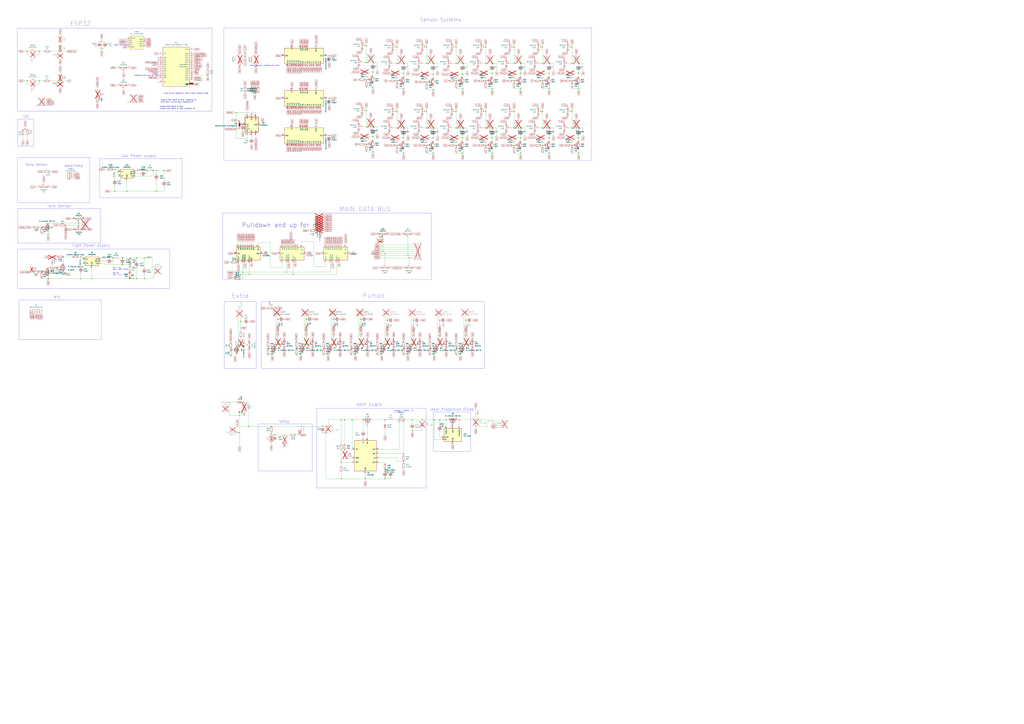
<source format=kicad_sch>
(kicad_sch
	(version 20231120)
	(generator "eeschema")
	(generator_version "8.0")
	(uuid "c26e8d55-0b6e-4c4e-b7c8-b1fed973201c")
	(paper "A0")
	(title_block
		(title "Plant Controller")
		(date "2020-12-21")
		(rev "0.4a")
		(company "C3MA")
	)
	
	(junction
		(at 278.13 502.92)
		(diameter 0)
		(color 0 0 0 0)
		(uuid "006314ff-9060-4674-a7fc-dac02fc6a66c")
	)
	(junction
		(at 314.96 504.19)
		(diameter 0)
		(color 0 0 0 0)
		(uuid "01041127-725b-4ce5-8f58-38fb3fd24a79")
	)
	(junction
		(at 571.5 102.87)
		(diameter 0)
		(color 0 0 0 0)
		(uuid "026b3c24-c4bc-4ca0-82cb-9b3a3781338b")
	)
	(junction
		(at 190.5 198.12)
		(diameter 0)
		(color 0 0 0 0)
		(uuid "044b370d-4a42-4fab-a8a0-78f235931201")
	)
	(junction
		(at 502.92 104.14)
		(diameter 0)
		(color 0 0 0 0)
		(uuid "05921202-6f3d-47e7-afc8-54cf16183806")
	)
	(junction
		(at 424.18 556.26)
		(diameter 0)
		(color 0 0 0 0)
		(uuid "064498dc-e504-4f86-9f3f-c7515e3a87b5")
	)
	(junction
		(at 637.54 177.8)
		(diameter 0)
		(color 0 0 0 0)
		(uuid "067aeb1c-cd17-40a2-9804-d78ecf21918c")
	)
	(junction
		(at 93.98 298.45)
		(diameter 0)
		(color 0 0 0 0)
		(uuid "06d8b90d-baa0-4504-baff-642acafdb6f4")
	)
	(junction
		(at 320.04 400.05)
		(diameter 0)
		(color 0 0 0 0)
		(uuid "09028f9d-45e1-4366-826a-88a396abe002")
	)
	(junction
		(at 671.83 177.8)
		(diameter 0)
		(color 0 0 0 0)
		(uuid "09e9f518-61d1-4fd0-86ec-2ca41f027627")
	)
	(junction
		(at 449.58 400.05)
		(diameter 0)
		(color 0 0 0 0)
		(uuid "0a372b77-1bd4-4b2a-8539-3c6b9cb168d3")
	)
	(junction
		(at 495.3 54.61)
		(diameter 0)
		(color 0 0 0 0)
		(uuid "0b9bd1bd-5d87-4203-ac6d-25f132a9d650")
	)
	(junction
		(at 664.21 168.91)
		(diameter 0)
		(color 0 0 0 0)
		(uuid "0bf93224-513b-43b0-b34e-b83cf88ace50")
	)
	(junction
		(at 31.75 59.69)
		(diameter 0)
		(color 0 0 0 0)
		(uuid "0c801748-df91-4145-83f3-9b19cb585cd0")
	)
	(junction
		(at 433.07 72.39)
		(diameter 0)
		(color 0 0 0 0)
		(uuid "0ebeefe8-2447-4c3c-80b1-d0d61f1efb48")
	)
	(junction
		(at 93.98 323.85)
		(diameter 0)
		(color 0 0 0 0)
		(uuid "0eea3930-0275-4c9f-97c6-e4491faf7ffd")
	)
	(junction
		(at 537.21 73.66)
		(diameter 0)
		(color 0 0 0 0)
		(uuid "0f7c9f5b-15c0-4d15-9880-73614b9dc27c")
	)
	(junction
		(at 289.56 318.77)
		(diameter 0)
		(color 0 0 0 0)
		(uuid "100d0f8b-2f86-49dd-861e-b2d9c9a4a2d9")
	)
	(junction
		(at 478.79 500.38)
		(diameter 0)
		(color 0 0 0 0)
		(uuid "136b5f16-d5fe-4c8a-8508-0e9ad86f8f43")
	)
	(junction
		(at 447.04 294.64)
		(diameter 0)
		(color 0 0 0 0)
		(uuid "14b6b14d-4e33-4c9c-a6d4-2829760e6cc4")
	)
	(junction
		(at 490.22 487.68)
		(diameter 0)
		(color 0 0 0 0)
		(uuid "15c019f7-a03b-47ae-a51c-abc73c51bd40")
	)
	(junction
		(at 563.88 54.61)
		(diameter 0)
		(color 0 0 0 0)
		(uuid "1b762162-080c-4e36-b68b-d3bd15571f83")
	)
	(junction
		(at 368.3 265.43)
		(diameter 0)
		(color 0 0 0 0)
		(uuid "1e71c6eb-62eb-41d4-bfde-df1e7aa7c319")
	)
	(junction
		(at 444.5 280.67)
		(diameter 0)
		(color 0 0 0 0)
		(uuid "1ec24ea8-049a-4547-addf-26eafaa81113")
	)
	(junction
		(at 468.63 85.09)
		(diameter 0)
		(color 0 0 0 0)
		(uuid "1f4e3c83-7f84-4013-8458-3254f2649743")
	)
	(junction
		(at 276.86 401.32)
		(diameter 0)
		(color 0 0 0 0)
		(uuid "2124662e-0101-4907-a279-d22f77f179e9")
	)
	(junction
		(at 419.1 370.84)
		(diameter 0)
		(color 0 0 0 0)
		(uuid "2125b107-250d-44b9-ae2a-63555b15b96b")
	)
	(junction
		(at 271.78 322.58)
		(diameter 0)
		(color 0 0 0 0)
		(uuid "21c9489c-b7e7-411e-8242-06cb982ccdfb")
	)
	(junction
		(at 541.02 400.05)
		(diameter 0)
		(color 0 0 0 0)
		(uuid "225164a2-0641-4a42-83a1-eb3ceb752f37")
	)
	(junction
		(at 387.35 370.84)
		(diameter 0)
		(color 0 0 0 0)
		(uuid "22b03adb-32c5-4612-9736-645d72daaf12")
	)
	(junction
		(at 510.54 487.68)
		(diameter 0)
		(color 0 0 0 0)
		(uuid "243935e2-4f6a-429d-bbc1-4327fafdf466")
	)
	(junction
		(at 368.3 262.89)
		(diameter 0)
		(color 0 0 0 0)
		(uuid "252d4a75-2db7-460c-aaed-b4520213017f")
	)
	(junction
		(at 425.45 92.71)
		(diameter 0)
		(color 0 0 0 0)
		(uuid "25d1ef73-18e6-4b45-b6a0-d161dc281a1c")
	)
	(junction
		(at 158.75 299.72)
		(diameter 0)
		(color 0 0 0 0)
		(uuid "27bdfd08-9fa2-4018-8386-f5f9458ea23f")
	)
	(junction
		(at 407.67 405.13)
		(diameter 0)
		(color 0 0 0 0)
		(uuid "288439ce-4d40-4524-9a56-c937c30e7f5c")
	)
	(junction
		(at 96.52 300.99)
		(diameter 0)
		(color 0 0 0 0)
		(uuid "2977a76b-3c36-4356-9c23-ef25b0e79774")
	)
	(junction
		(at 480.06 400.05)
		(diameter 0)
		(color 0 0 0 0)
		(uuid "2affe026-8dd0-4fb0-90f9-21a8fa9a4bdc")
	)
	(junction
		(at 461.01 148.59)
		(diameter 0)
		(color 0 0 0 0)
		(uuid "30055c98-462c-4777-a626-cf867239e38d")
	)
	(junction
		(at 55.88 323.85)
		(diameter 0)
		(color 0 0 0 0)
		(uuid "30c447cc-ce18-498c-a30a-de1223bde459")
	)
	(junction
		(at 671.83 148.59)
		(diameter 0)
		(color 0 0 0 0)
		(uuid "31a2a121-855b-4cf9-8440-5bbee3de3f05")
	)
	(junction
		(at 433.07 83.82)
		(diameter 0)
		(color 0 0 0 0)
		(uuid "31ba5875-8927-4bfd-a4f8-3adf246769c4")
	)
	(junction
		(at 596.9 93.98)
		(diameter 0)
		(color 0 0 0 0)
		(uuid "32072a9c-d2dd-4fe3-9085-b2b6c66fab96")
	)
	(junction
		(at 66.04 311.15)
		(diameter 0)
		(color 0 0 0 0)
		(uuid "33109daa-b629-475e-bf83-217328126604")
	)
	(junction
		(at 281.94 144.78)
		(diameter 0)
		(color 0 0 0 0)
		(uuid "348bf06b-daf7-4d97-b82c-b8a5bbf3d06b")
	)
	(junction
		(at 322.58 400.05)
		(diameter 0)
		(color 0 0 0 0)
		(uuid "34e846f7-9dcf-4f40-8420-68c319584cee")
	)
	(junction
		(at 433.07 158.75)
		(diameter 0)
		(color 0 0 0 0)
		(uuid "37a79285-75dc-47b1-85e2-e9c3d074f7c7")
	)
	(junction
		(at 381 495.3)
		(diameter 0)
		(color 0 0 0 0)
		(uuid "394a6417-c4c4-43a0-ad22-7a964e628e7d")
	)
	(junction
		(at 571.5 73.66)
		(diameter 0)
		(color 0 0 0 0)
		(uuid "3cc3bd38-c946-4c29-a625-e712e268d838")
	)
	(junction
		(at 314.96 513.08)
		(diameter 0)
		(color 0 0 0 0)
		(uuid "3d8fb177-4b5a-4526-95fd-c4109587c044")
	)
	(junction
		(at 274.32 130.81)
		(diameter 0)
		(color 0 0 0 0)
		(uuid "3e916cc3-c4bb-4a04-9995-635a73841757")
	)
	(junction
		(at 537.21 86.36)
		(diameter 0)
		(color 0 0 0 0)
		(uuid "4120f630-88f8-4958-99c5-be8a6b4772f2")
	)
	(junction
		(at 461.01 93.98)
		(diameter 0)
		(color 0 0 0 0)
		(uuid "4126858c-c206-4bef-b39b-428bcec4deec")
	)
	(junction
		(at 508 400.05)
		(diameter 0)
		(color 0 0 0 0)
		(uuid "415b2ab4-f4dd-4fee-870b-9ba95dac6a8b")
	)
	(junction
		(at 571.5 148.59)
		(diameter 0)
		(color 0 0 0 0)
		(uuid "4406cfee-0ff2-44ef-a1ef-e6149581217c")
	)
	(junction
		(at 29.21 149.86)
		(diameter 0)
		(color 0 0 0 0)
		(uuid "447db467-5e2a-4cce-9c81-3e3ccb72d2ba")
	)
	(junction
		(at 69.85 59.69)
		(diameter 0)
		(color 0 0 0 0)
		(uuid "44bf766d-2222-4637-ada1-6cbff94abbf8")
	)
	(junction
		(at 151.13 323.85)
		(diameter 0)
		(color 0 0 0 0)
		(uuid "44cd3143-c150-4d17-bd07-6ba56767d7c5")
	)
	(junction
		(at 495.3 168.91)
		(diameter 0)
		(color 0 0 0 0)
		(uuid "4593d6e5-bc8e-48f0-9775-93846c33113e")
	)
	(junction
		(at 552.45 487.68)
		(diameter 0)
		(color 0 0 0 0)
		(uuid "464f670a-23da-4072-9135-c7f8cde45344")
	)
	(junction
		(at 353.06 400.05)
		(diameter 0)
		(color 0 0 0 0)
		(uuid "477944b3-0f91-44bb-99ca-1f00b91186f2")
	)
	(junction
		(at 637.54 85.09)
		(diameter 0)
		(color 0 0 0 0)
		(uuid "48fa581b-e31c-40cd-be78-2d3ece0a1d84")
	)
	(junction
		(at 461.01 54.61)
		(diameter 0)
		(color 0 0 0 0)
		(uuid "499fccfc-5e44-4fef-9ee9-4d1fdf9faa8f")
	)
	(junction
		(at 495.3 148.59)
		(diameter 0)
		(color 0 0 0 0)
		(uuid "4bdd9a73-35ba-455b-971d-29ad86479519")
	)
	(junction
		(at 344.17 405.13)
		(diameter 0)
		(color 0 0 0 0)
		(uuid "4c43d807-6025-4458-873e-b0e60bc37c3c")
	)
	(junction
		(at 664.21 54.61)
		(diameter 0)
		(color 0 0 0 0)
		(uuid "4f51b0d3-b93c-48c1-8f94-d8097a17151c")
	)
	(junction
		(at 142.24 299.72)
		(diameter 0)
		(color 0 0 0 0)
		(uuid "4fc5b79a-48b8-4875-b2fa-ce2c0b207ed6")
	)
	(junction
		(at 433.07 176.53)
		(diameter 0)
		(color 0 0 0 0)
		(uuid "5087ffa7-63f2-46a1-b798-fd54a43209da")
	)
	(junction
		(at 419.1 400.05)
		(diameter 0)
		(color 0 0 0 0)
		(uuid "547e0024-8ca5-4fd9-9ed0-6e6fa4efe2d1")
	)
	(junction
		(at 433.07 101.6)
		(diameter 0)
		(color 0 0 0 0)
		(uuid "548c700b-f320-487b-b1e6-213ddcf734d3")
	)
	(junction
		(at 276.86 304.8)
		(diameter 0)
		(color 0 0 0 0)
		(uuid "54c228c6-a419-4461-b51c-f4689ab11c16")
	)
	(junction
		(at 480.06 372.11)
		(diameter 0)
		(color 0 0 0 0)
		(uuid "54f14d31-ee75-4d90-bbd6-d53b9269dae6")
	)
	(junction
		(at 596.9 168.91)
		(diameter 0)
		(color 0 0 0 0)
		(uuid "553fd55b-c9b0-4d42-8fea-fe608c6b3e8f")
	)
	(junction
		(at 504.19 487.68)
		(diameter 0)
		(color 0 0 0 0)
		(uuid "55707df8-1ce8-4b01-b189-1ba64f13e6d9")
	)
	(junction
		(at 447.04 487.68)
		(diameter 0)
		(color 0 0 0 0)
		(uuid "557c9344-c4f5-407c-87a3-c05772708fc7")
	)
	(junction
		(at 425.45 128.27)
		(diameter 0)
		(color 0 0 0 0)
		(uuid "56ab9f7a-a80d-45b5-9f13-38a6ae5e5a2f")
	)
	(junction
		(at 48.26 264.16)
		(diameter 0)
		(color 0 0 0 0)
		(uuid "5a159a05-57fa-411f-9de3-7f0e035fb745")
	)
	(junction
		(at 154.94 323.85)
		(diameter 0)
		(color 0 0 0 0)
		(uuid "5a782664-d096-4b9f-8da4-e576a5adbff8")
	)
	(junction
		(at 468.63 527.05)
		(diameter 0)
		(color 0 0 0 0)
		(uuid "5aef8b40-8452-4805-a5e4-da8d93469853")
	)
	(junction
		(at 604.52 85.09)
		(diameter 0)
		(color 0 0 0 0)
		(uuid "5db28c81-ecda-48cf-9cf5-82a4652c2d72")
	)
	(junction
		(at 596.9 73.66)
		(diameter 0)
		(color 0 0 0 0)
		(uuid "5de7b025-2047-4e98-ad34-d25039409f9e")
	)
	(junction
		(at 311.15 405.13)
		(diameter 0)
		(color 0 0 0 0)
		(uuid "5df117be-4263-48e0-a710-5721bdeecfb9")
	)
	(junction
		(at 382.27 157.48)
		(diameter 0)
		(color 0 0 0 0)
		(uuid "5e7a5161-1647-47d6-9e0b-ff9ce9e31b86")
	)
	(junction
		(at 495.3 95.25)
		(diameter 0)
		(color 0 0 0 0)
		(uuid "5ebba679-b1e7-40e7-a21c-eaac87c82160")
	)
	(junction
		(at 433.07 147.32)
		(diameter 0)
		(color 0 0 0 0)
		(uuid "5ee86e6c-9861-45ff-aaf3-b0ce155250f5")
	)
	(junction
		(at 533.4 487.68)
		(diameter 0)
		(color 0 0 0 0)
		(uuid "60684402-d96a-439d-a47a-f1940a639b1b")
	)
	(junction
		(at 637.54 73.66)
		(diameter 0)
		(color 0 0 0 0)
		(uuid "6283297a-b875-4df2-a42b-317a52403718")
	)
	(junction
		(at 133.35 222.25)
		(diameter 0)
		(color 0 0 0 0)
		(uuid "62e83d49-6450-4f8e-9161-9823cbd9fa8a")
	)
	(junction
		(at 396.24 556.26)
		(diameter 0)
		(color 0 0 0 0)
		(uuid "62e8e510-5776-41a5-b7ef-659764595cf0")
	)
	(junction
		(at 629.92 54.61)
		(diameter 0)
		(color 0 0 0 0)
		(uuid "639a9374-4baa-414a-a5c4-7e13d2852c2e")
	)
	(junction
		(at 468.63 102.87)
		(diameter 0)
		(color 0 0 0 0)
		(uuid "650b02e4-fb4a-4097-88f3-57b476d8f112")
	)
	(junction
		(at 529.59 54.61)
		(diameter 0)
		(color 0 0 0 0)
		(uuid "66f71efe-5a3b-4842-81ad-702f6a9183fb")
	)
	(junction
		(at 332.74 316.23)
		(diameter 0)
		(color 0 0 0 0)
		(uuid "68f4d8af-c27e-4056-a2a9-dbd2514de570")
	)
	(junction
		(at 664.21 93.98)
		(diameter 0)
		(color 0 0 0 0)
		(uuid "690f2dc5-5473-4546-a0f5-1e3f20786db0")
	)
	(junction
		(at 478.79 487.68)
		(diameter 0)
		(color 0 0 0 0)
		(uuid "697147b1-0224-4f54-a454-fb14851852a2")
	)
	(junction
		(at 502.92 73.66)
		(diameter 0)
		(color 0 0 0 0)
		(uuid "6b072436-9cc5-44f0-8cab-e5273772d205")
	)
	(junction
		(at 518.16 487.68)
		(diameter 0)
		(color 0 0 0 0)
		(uuid "6b9d9747-b3ff-43d2-8486-466834aa4452")
	)
	(junction
		(at 447.04 547.37)
		(diameter 0)
		(color 0 0 0 0)
		(uuid "6bee4d3f-40c6-4254-8d07-1c0c6ec2a6f4")
	)
	(junction
		(at 449.58 372.11)
		(diameter 0)
		(color 0 0 0 0)
		(uuid "6c849387-b46a-4c70-adb8-4a7816d1702c")
	)
	(junction
		(at 130.81 299.72)
		(diameter 0)
		(color 0 0 0 0)
		(uuid "6e8888f6-ec84-4dea-a75b-c49e51edec1e")
	)
	(junction
		(at 571.5 177.8)
		(diameter 0)
		(color 0 0 0 0)
		(uuid "6ee7607b-1843-4037-994f-9b421f85c34b")
	)
	(junction
		(at 596.9 148.59)
		(diameter 0)
		(color 0 0 0 0)
		(uuid "708152d4-5c67-4c3c-967a-78dd154354ad")
	)
	(junction
		(at 529.59 93.98)
		(diameter 0)
		(color 0 0 0 0)
		(uuid "718782ac-57c8-435b-9457-ce995955847d")
	)
	(junction
		(at 368.3 257.81)
		(diameter 0)
		(color 0 0 0 0)
		(uuid "7357611e-6eb5-4b44-a3c1-ee563f8ae0ea")
	)
	(junction
		(at 447.04 400.05)
		(diameter 0)
		(color 0 0 0 0)
		(uuid "74872d2f-df92-44ce-a737-7d0693ac46a3")
	)
	(junction
		(at 288.29 495.3)
		(diameter 0)
		(color 0 0 0 0)
		(uuid "74d5e0e4-cd91-4e01-8980-afaf347113fd")
	)
	(junction
		(at 91.44 259.08)
		(diameter 0)
		(color 0 0 0 0)
		(uuid "750169c9-8dda-4196-8b70-7629a1386317")
	)
	(junction
		(at 421.64 487.68)
		(diameter 0)
		(color 0 0 0 0)
		(uuid "792fa4db-0ff6-47c2-b282-e4d8f6701888")
	)
	(junction
		(at 637.54 102.87)
		(diameter 0)
		(color 0 0 0 0)
		(uuid "79ec289a-2f85-4055-9210-f7916fbc3d1f")
	)
	(junction
		(at 596.9 54.61)
		(diameter 0)
		(color 0 0 0 0)
		(uuid "7a5115d1-34f1-4afd-aab6-8c3f89df22ba")
	)
	(junction
		(at 278.13 482.6)
		(diameter 0)
		(color 0 0 0 0)
		(uuid "7a5501a9-aa4e-4c2f-97d2-dcc56d614fb0")
	)
	(junction
		(at 671.83 160.02)
		(diameter 0)
		(color 0 0 0 0)
		(uuid "7e319f56-b85a-4463-b8f9-7ad8f5763ea8")
	)
	(junction
		(at 147.32 222.25)
		(diameter 0)
		(color 0 0 0 0)
		(uuid "7ea02348-2ae2-4ac7-a02a-9029063eb3d7")
	)
	(junction
		(at 637.54 160.02)
		(diameter 0)
		(color 0 0 0 0)
		(uuid "7eac8976-1652-4c0a-a76d-0530fe3ae3ae")
	)
	(junction
		(at 461.01 129.54)
		(diameter 0)
		(color 0 0 0 0)
		(uuid "7f0237e1-1d71-4027-86cb-d7488d6dce27")
	)
	(junction
		(at 281.94 316.23)
		(diameter 0)
		(color 0 0 0 0)
		(uuid "805ba7db-9e85-428e-9f5b-9063e8278c60")
	)
	(junction
		(at 468.63 405.13)
		(diameter 0)
		(color 0 0 0 0)
		(uuid "80f5b8a1-cdbe-4850-a609-339b8c898669")
	)
	(junction
		(at 473.71 297.18)
		(diameter 0)
		(color 0 0 0 0)
		(uuid "819a85d3-cd43-455c-8023-715c1f29dcd2")
	)
	(junction
		(at 502.92 160.02)
		(diameter 0)
		(color 0 0 0 0)
		(uuid "8239b883-7ac0-49ae-91b3-07b3826c7fe2")
	)
	(junction
		(at 73.66 298.45)
		(diameter 0)
		(color 0 0 0 0)
		(uuid "82572895-6594-489b-b5dd-a8b4d09bcb09")
	)
	(junction
		(at 177.8 198.12)
		(diameter 0)
		(color 0 0 0 0)
		(uuid "843e9870-799e-444a-a4e6-716ced5cbe43")
	)
	(junction
		(at 637.54 148.59)
		(diameter 0)
		(color 0 0 0 0)
		(uuid "89062818-c01b-4c5a-a12c-1e35d52780ff")
	)
	(junction
		(at 425.45 53.34)
		(diameter 0)
		(color 0 0 0 0)
		(uuid "89c9668d-eb10-4371-9427-2b0654758741")
	)
	(junction
		(at 400.05 487.68)
		(diameter 0)
		(color 0 0 0 0)
		(uuid "8badbd3a-472d-49c6-9995-2681ebcad861")
	)
	(junction
		(at 563.88 93.98)
		(diameter 0)
		(color 0 0 0 0)
		(uuid "8bd86f79-7f9c-4c30-9dd8-981806e53813")
	)
	(junction
		(at 671.83 102.87)
		(diameter 0)
		(color 0 0 0 0)
		(uuid "8db1d203-e627-40a1-9aa1-eb87a34a27ca")
	)
	(junction
		(at 76.2 261.62)
		(diameter 0)
		(color 0 0 0 0)
		(uuid "8dbf3f53-4dbe-4577-8253-5d3d05e20a7d")
	)
	(junction
		(at 375.92 405.13)
		(diameter 0)
		(color 0 0 0 0)
		(uuid "8ddc18df-7f6d-40fe-971f-5b7ea913cac2")
	)
	(junction
		(at 495.3 73.66)
		(diameter 0)
		(color 0 0 0 0)
		(uuid "91f51afc-74e9-4689-bf90-5b054783b568")
	)
	(junction
		(at 137.16 199.39)
		(diameter 0)
		(color 0 0 0 0)
		(uuid "9330ab14-2e88-49fc-b8ec-647acef19c05")
	)
	(junction
		(at 425.45 147.32)
		(diameter 0)
		(color 0 0 0 0)
		(uuid "93f019f6-1cb2-47ce-ad4a-b71afdbed778")
	)
	(junction
		(at 529.59 129.54)
		(diameter 0)
		(color 0 0 0 0)
		(uuid "943b67a7-896a-4d51-b5a7-cd6889520825")
	)
	(junction
		(at 571.5 160.02)
		(diameter 0)
		(color 0 0 0 0)
		(uuid "944582dc-9ad6-4270-b98c-6b7423b11410")
	)
	(junction
		(at 537.21 148.59)
		(diameter 0)
		(color 0 0 0 0)
		(uuid "957e10ff-76bd-489f-b9fe-ab1fdb884450")
	)
	(junction
		(at 368.3 255.27)
		(diameter 0)
		(color 0 0 0 0)
		(uuid "95e16490-1476-42b0-b339-2eae951bab1c")
	)
	(junction
		(at 151.13 307.34)
		(diameter 0)
		(color 0 0 0 0)
		(uuid "96f15460-13f3-4312-89f8-b71934eaedb8")
	)
	(junction
		(at 671.83 73.66)
		(diameter 0)
		(color 0 0 0 0)
		(uuid "974cb32f-b17f-415b-a3ed-4c573300644d")
	)
	(junction
		(at 106.68 323.85)
		(diameter 0)
		(color 0 0 0 0)
		(uuid "977868cb-abe1-483f-8f43-5a8a20726067")
	)
	(junction
		(at 563.88 168.91)
		(diameter 0)
		(color 0 0 0 0)
		(uuid "979d0b85-f2dc-43e5-91a2-e7e9a479ccd3")
	)
	(junction
		(at 382.27 64.77)
		(diameter 0)
		(color 0 0 0 0)
		(uuid "99de8f7d-0bac-4189-8a58-7eb488261416")
	)
	(junction
		(at 552.45 495.3)
		(diameter 0)
		(color 0 0 0 0)
		(uuid "9a8358d1-ea0c-4e4d-bd7f-459dfdba752f")
	)
	(junction
		(at 571.5 85.09)
		(diameter 0)
		(color 0 0 0 0)
		(uuid "9b65336d-5277-4cda-9817-8d963731baca")
	)
	(junction
		(at 241.3 87.63)
		(diameter 0)
		(color 0 0 0 0)
		(uuid "9d32f91d-40f9-42f9-b044-70d19854227e")
	)
	(junction
		(at 510.54 372.11)
		(diameter 0)
		(color 0 0 0 0)
		(uuid "a1d7e5c8-d217-457c-b56c-ecad97fd4c0e")
	)
	(junction
		(at 538.48 400.05)
		(diameter 0)
		(color 0 0 0 0)
		(uuid "a29c0663-342d-4535-aac0-b31dad8318cf")
	)
	(junction
		(at 45.72 59.69)
		(diameter 0)
		(color 0 0 0 0)
		(uuid "a3104c80-278d-416a-b409-fd08d784c6c7")
	)
	(junction
		(at 563.88 73.66)
		(diameter 0)
		(color 0 0 0 0)
		(uuid "a4f2e3e9-2f62-4ed2-91cb-96ac4bea021e")
	)
	(junction
		(at 355.6 400.05)
		(diameter 0)
		(color 0 0 0 0)
		(uuid "a685894a-983c-450f-b9c3-4d7e6d929974")
	)
	(junction
		(at 425.45 167.64)
		(diameter 0)
		(color 0 0 0 0)
		(uuid "a692c08c-551f-44a7-adb6-606c3bb62932")
	)
	(junction
		(at 167.64 323.85)
		(diameter 0)
		(color 0 0 0 0)
		(uuid "a70da482-a861-4e2f-9d2b-6183a6f0f87e")
	)
	(junction
		(at 629.92 129.54)
		(diameter 0)
		(color 0 0 0 0)
		(uuid "a77abfe7-e262-4002-9648-a4dca1c184b1")
	)
	(junction
		(at 495.3 129.54)
		(diameter 0)
		(color 0 0 0 0)
		(uuid "a7ead05e-fd26-4f6a-98b1-c130e29a0605")
	)
	(junction
		(at 468.63 535.94)
		(diameter 0)
		(color 0 0 0 0)
		(uuid "a8c1d291-f95c-499f-a8f0-8d347b07d19e")
	)
	(junction
		(at 408.94 487.68)
		(diameter 0)
		(color 0 0 0 0)
		(uuid "a90e40e7-9f3e-4a7e-bc30-d292bc1ab9ed")
	)
	(junction
		(at 396.24 487.68)
		(diameter 0)
		(color 0 0 0 0)
		(uuid "a918e227-4862-4ef1-b1b4-1ecbab47421d")
	)
	(junction
		(at 529.59 168.91)
		(diameter 0)
		(color 0 0 0 0)
		(uuid "a97fc95b-6246-49f0-b0cf-bf3aa6f54de2")
	)
	(junction
		(at 99.06 266.7)
		(diameter 0)
		(color 0 0 0 0)
		(uuid "a99f2dd3-1db5-4646-bd5d-42af73cee85a")
	)
	(junction
		(at 378.46 502.92)
		(diameter 0)
		(color 0 0 0 0)
		(uuid "aa0d7669-67ff-4603-888b-7d15a03d73a6")
	)
	(junction
		(at 151.13 299.72)
		(diameter 0)
		(color 0 0 0 0)
		(uuid "aa659c87-6d9f-4a94-913b-ec00337baaa9")
	)
	(junction
		(at 537.21 160.02)
		(diameter 0)
		(color 0 0 0 0)
		(uuid "aa7470b0-25fe-426c-8e11-da1c1d924805")
	)
	(junction
		(at 142.24 307.34)
		(diameter 0)
		(color 0 0 0 0)
		(uuid "ab83cc7b-a4bb-42ce-806a-ad57b1f1f16f")
	)
	(junction
		(at 318.77 505.46)
		(diameter 0)
		(color 0 0 0 0)
		(uuid "ac18742b-0669-4417-bf96-99d1ab0ff75f")
	)
	(junction
		(at 529.59 405.13)
		(diameter 0)
		(color 0 0 0 0)
		(uuid "ac6041ae-1077-46a6-b33a-6e568b0f7d89")
	)
	(junction
		(at 297.18 107.95)
		(diameter 0)
		(color 0 0 0 0)
		(uuid "ad6aca5a-aa99-4b42-a3e4-f6f27dae664e")
	)
	(junction
		(at 355.6 370.84)
		(diameter 0)
		(color 0 0 0 0)
		(uuid "ae161ff6-e303-4db5-b037-b1f45682a4bb")
	)
	(junction
		(at 604.52 73.66)
		(diameter 0)
		(color 0 0 0 0)
		(uuid "af24c530-bace-4098-b28e-8213bb1a8743")
	)
	(junction
		(at 295.91 107.95)
		(diameter 0)
		(color 0 0 0 0)
		(uuid "af4549b6-4e25-4c36-b4d9-5cfa50547ca1")
	)
	(junction
		(at 382.27 114.3)
		(diameter 0)
		(color 0 0 0 0)
		(uuid "b5f987b1-82e9-4d50-afd8-20682cecf96f")
	)
	(junction
		(at 468.63 177.8)
		(diameter 0)
		(color 0 0 0 0)
		(uuid "b88c6033-15ac-4b13-83da-7bbe1c1195dd")
	)
	(junction
		(at 502.92 177.8)
		(diameter 0)
		(color 0 0 0 0)
		(uuid "bb2d97e8-7888-40b3-ad5f-0b2ed971ec7b")
	)
	(junction
		(at 73.66 318.77)
		(diameter 0)
		(color 0 0 0 0)
		(uuid "c1341956-3e76-4b89-ab41-469a1db0015c")
	)
	(junction
		(at 510.54 400.05)
		(diameter 0)
		(color 0 0 0 0)
		(uuid "c1611925-d0ac-42a4-83ae-6844b1cb71e3")
	)
	(junction
		(at 461.01 73.66)
		(diameter 0)
		(color 0 0 0 0)
		(uuid "c1f12c77-fc36-4c4e-9402-b971f8787376")
	)
	(junction
		(at 91.44 261.62)
		(diameter 0)
		(color 0 0 0 0)
		(uuid "c2c812ed-41b4-4200-984f-e76eae1d14de")
	)
	(junction
		(at 45.72 93.98)
		(diameter 0)
		(color 0 0 0 0)
		(uuid "c39add44-ba76-41fb-8f18-28fa0366e282")
	)
	(junction
		(at 314.96 495.3)
		(diameter 0)
		(color 0 0 0 0)
		(uuid "c658b47a-3e79-4147-ac21-89a17ecf409a")
	)
	(junction
		(at 322.58 370.84)
		(diameter 0)
		(color 0 0 0 0)
		(uuid "c6d07995-bb57-4c01-9d40-c8c408016a09")
	)
	(junction
		(at 468.63 73.66)
		(diameter 0)
		(color 0 0 0 0)
		(uuid "c9bcc4dd-2e45-4814-917d-222bf96092ff")
	)
	(junction
		(at 181.61 222.25)
		(diameter 0)
		(color 0 0 0 0)
		(uuid "cac620f5-0af6-41f8-9844-d9f07ee0c129")
	)
	(junction
		(at 396.24 537.21)
		(diameter 0)
		(color 0 0 0 0)
		(uuid "caf08951-498e-42d7-836c-4ada133aecad")
	)
	(junction
		(at 283.21 467.36)
		(diameter 0)
		(color 0 0 0 0)
		(uuid "cb8921f4-3acf-46e6-9e1b-664450a97706")
	)
	(junction
		(at 279.4 373.38)
		(diameter 0)
		(color 0 0 0 0)
		(uuid "cbfbbc2e-484a-4954-8dc2-c7386c5d1301")
	)
	(junction
		(at 529.59 73.66)
		(diameter 0)
		(color 0 0 0 0)
		(uuid "cc4db2b3-7a3d-4ef2-b3b0-bc2a5b38938e")
	)
	(junction
		(at 133.35 196.85)
		(diameter 0)
		(color 0 0 0 0)
		(uuid "cc922bc0-96bd-4b17-b53a-b9b1b8fdaebf")
	)
	(junction
		(at 294.64 107.95)
		(diameter 0)
		(color 0 0 0 0)
		(uuid "cd4269e0-1f42-4344-8d26-de82a41ddaff")
	)
	(junction
		(at 629.92 93.98)
		(diameter 0)
		(color 0 0 0 0)
		(uuid "ceefa2d2-00e3-4b3c-a7ad-0e8ac388ebb9")
	)
	(junction
		(at 604.52 177.8)
		(diameter 0)
		(color 0 0 0 0)
		(uuid "d001e9a1-587b-41cc-81aa-c56d8da361ee")
	)
	(junction
		(at 499.11 405.13)
		(diameter 0)
		(color 0 0 0 0)
		(uuid "d0ccfc37-9d2e-4994-b901-fab6c387aa2a")
	)
	(junction
		(at 537.21 177.8)
		(diameter 0)
		(color 0 0 0 0)
		(uuid "d1010438-7a43-4538-9e86-217bd01f8c14")
	)
	(junction
		(at 368.3 267.97)
		(diameter 0)
		(color 0 0 0 0)
		(uuid "d14a960b-df64-4cee-80fc-25c3debc3b63")
	)
	(junction
		(at 158.75 323.85)
		(diameter 0)
		(color 0 0 0 0)
		(uuid "d17c286e-9606-4cb2-902a-10021903ed9a")
	)
	(junction
		(at 671.83 85.09)
		(diameter 0)
		(color 0 0 0 0)
		(uuid "d1d52e82-91ba-48cd-b468-139b1071e8d5")
	)
	(junction
		(at 31.75 93.98)
		(diameter 0)
		(color 0 0 0 0)
		(uuid "d2b0a197-1410-44de-bdc3-e63959ff5b39")
	)
	(junction
		(at 537.21 102.87)
		(diameter 0)
		(color 0 0 0 0)
		(uuid "d2b90904-e6cb-4742-881e-0fd35570115c")
	)
	(junction
		(at 368.3 252.73)
		(diameter 0)
		(color 0 0 0 0)
		(uuid "d48d5ecb-021c-46d1-b6e1-8cccf5ad30d1")
	)
	(junction
		(at 55.88 271.78)
		(diameter 0)
		(color 0 0 0 0)
		(uuid "d6db9766-b81b-4a66-bc0a-843f0aeb559b")
	)
	(junction
		(at 541.02 372.11)
		(diameter 0)
		(color 0 0 0 0)
		(uuid "d776c8dc-ee54-41b4-8224-e7ddbf0679dc")
	)
	(junction
		(at 438.15 405.13)
		(diameter 0)
		(color 0 0 0 0)
		(uuid "db8fa153-556e-4fc4-a8b6-63a7062d08ed")
	)
	(junction
		(at 425.45 72.39)
		(diameter 0)
		(color 0 0 0 0)
		(uuid "dc8c6e94-1eff-45c1-b92e-b1caf2f34015")
	)
	(junction
		(at 181.61 198.12)
		(diameter 0)
		(color 0 0 0 0)
		(uuid "dd5d2f91-6f31-4419-a01a-1ac3389098ab")
	)
	(junction
		(at 374.65 495.3)
		(diameter 0)
		(color 0 0 0 0)
		(uuid "dda3d65b-6f54-4ee4-b1a0-dc35f1b01992")
	)
	(junction
		(at 170.18 198.12)
		(diameter 0)
		(color 0 0 0 0)
		(uuid "de92b6a6-7a53-41cb-a051-66e1e7d1d440")
	)
	(junction
		(at 368.3 260.35)
		(diameter 0)
		(color 0 0 0 0)
		(uuid "dfafa1ec-5cf4-4609-89b7-e43a37c90c17")
	)
	(junction
		(at 529.59 148.59)
		(diameter 0)
		(color 0 0 0 0)
		(uuid "e018a52d-1f7f-43d2-9757-f2f7c2a0a9c0")
	)
	(junction
		(at 604.52 148.59)
		(diameter 0)
		(color 0 0 0 0)
		(uuid "e0334824-28a0-4a4e-ab6d-b2e5a2ed4e19")
	)
	(junction
		(at 604.52 160.02)
		(diameter 0)
		(color 0 0 0 0)
		(uuid "e03df205-b0f8-4eb0-94ac-6d108b56efdd")
	)
	(junction
		(at 330.2 505.46)
		(diameter 0)
		(color 0 0 0 0)
		(uuid "e2f6e31f-b2af-4b71-9817-61b154679a81")
	)
	(junction
		(at 664.21 73.66)
		(diameter 0)
		(color 0 0 0 0)
		(uuid "e3a79e63-e583-47fd-8a7e-9e2f377a96f0")
	)
	(junction
		(at 267.97 406.4)
		(diameter 0)
		(color 0 0 0 0)
		(uuid "e3bac401-521f-443a-951f-18f502070861")
	)
	(junction
		(at 340.36 318.77)
		(diameter 0)
		(color 0 0 0 0)
		(uuid "e464f851-f7e1-4e95-b3ff-5a5e1e06a88d")
	)
	(junction
		(at 167.64 299.72)
		(diameter 0)
		(color 0 0 0 0)
		(uuid "e48746df-7668-499a-98dc-b9ffcda2bccd")
	)
	(junction
		(at 48.26 316.23)
		(diameter 0)
		(color 0 0 0 0)
		(uuid "e4c2dbc9-3598-4718-afb3-500c7ff75445")
	)
	(junction
		(at 447.04 556.26)
		(diameter 0)
		(color 0 0 0 0)
		(uuid "e5f993bb-4d95-4a9a-b24b-923011bb963a")
	)
	(junction
		(at 387.35 400.05)
		(diameter 0)
		(color 0 0 0 0)
		(uuid "e6344c4b-5e26-4315-8e1d-efd642df3581")
	)
	(junction
		(at 563.88 148.59)
		(diameter 0)
		(color 0 0 0 0)
		(uuid "e76d7a19-9315-45bb-9ea4-e65adba1a7a8")
	)
	(junction
		(at 444.5 292.1)
		(diameter 0)
		(color 0 0 0 0)
		(uuid "e86900c0-86ce-4777-88bb-4f9ecf777fc0")
	)
	(junction
		(at 629.92 168.91)
		(diameter 0)
		(color 0 0 0 0)
		(uuid "e879c254-09e3-4fcf-9f2d-28dd7d9ba433")
	)
	(junction
		(at 468.63 148.59)
		(diameter 0)
		(color 0 0 0 0)
		(uuid "e97dcb44-7b48-4f00-aba6-795f672687ba")
	)
	(junction
		(at 279.4 401.32)
		(diameter 0)
		(color 0 0 0 0)
		(uuid "ea81a12e-80a8-4055-a8fc-17c9562b0042")
	)
	(junction
		(at 279.4 318.77)
		(diameter 0)
		(color 0 0 0 0)
		(uuid "eb134ef6-0e32-46e8-9263-d8797dfe432d")
	)
	(junction
		(at 629.92 73.66)
		(diameter 0)
		(color 0 0 0 0)
		(uuid "ec234dbf-5504-4d77-9942-03edf134f9e0")
	)
	(junction
		(at 118.11 55.88)
		(diameter 0)
		(color 0 0 0 0)
		(uuid "eccbfa59-0c6d-47df-8d18-db1d8a427072")
	)
	(junction
		(at 69.85 93.98)
		(diameter 0)
		(color 0 0 0 0)
		(uuid "ed603a96-a752-490d-9f6b-e11a5c28a267")
	)
	(junction
		(at 629.92 148.59)
		(diameter 0)
		(color 0 0 0 0)
		(uuid "ee1a89d1-031b-4d98-a62d-973c7823ade8")
	)
	(junction
		(at 477.52 400.05)
		(diameter 0)
		(color 0 0 0 0)
		(uuid "ee4ab3a4-59f7-4db1-a482-501b9cb3788f")
	)
	(junction
		(at 474.98 299.72)
		(diameter 0)
		(color 0 0 0 0)
		(uuid "ef25ea8a-6f53-4ead-85fb-dc902e324c3a")
	)
	(junction
		(at 502.92 86.36)
		(diameter 0)
		(color 0 0 0 0)
		(uuid "efdf307e-8d67-430a-8c03-6dab3e4f4f72")
	)
	(junction
		(at 118.11 48.26)
		(diameter 0)
		(color 0 0 0 0)
		(uuid "f1a67806-2122-488a-be9e-3def99cac9b4")
	)
	(junction
		(at 468.63 160.02)
		(diameter 0)
		(color 0 0 0 0)
		(uuid "f3311c3a-ce52-435d-9996-86b7f9c1e897")
	)
	(junction
		(at 384.81 400.05)
		(diameter 0)
		(color 0 0 0 0)
		(uuid "f33c1570-2595-49f1-9ca5-56aecadb8578")
	)
	(junction
		(at 461.01 168.91)
		(diameter 0)
		(color 0 0 0 0)
		(uuid "f46f3c81-f81c-494b-940e-b2a7612a9b00")
	)
	(junction
		(at 502.92 148.59)
		(diameter 0)
		(color 0 0 0 0)
		(uuid "f97a5685-0e9a-42fc-8703-e760793b9fd0")
	)
	(junction
		(at 664.21 148.59)
		(diameter 0)
		(color 0 0 0 0)
		(uuid "fadeb8be-e293-403d-b08e-d4079f1d66c2")
	)
	(junction
		(at 596.9 129.54)
		(diameter 0)
		(color 0 0 0 0)
		(uuid "faf76a27-4651-4082-83d1-9449cc5a0db2")
	)
	(junction
		(at 664.21 129.54)
		(diameter 0)
		(color 0 0 0 0)
		(uuid "fd16341c-1c4c-4bd6-a643-9f711a9c3408")
	)
	(junction
		(at 563.88 129.54)
		(diameter 0)
		(color 0 0 0 0)
		(uuid "fd82d936-40c3-47c3-8f6b-5ed31b17a829")
	)
	(junction
		(at 604.52 102.87)
		(diameter 0)
		(color 0 0 0 0)
		(uuid "fedba8c9-8c3d-4d07-a3e2-646f50f83f6f")
	)
	(junction
		(at 416.56 400.05)
		(diameter 0)
		(color 0 0 0 0)
		(uuid "ff4c02dc-5696-44f6-8008-5806e9acfc7a")
	)
	(no_connect
		(at 38.1 364.49)
		(uuid "133b7027-41a1-4e09-a1e6-24d8bb033b2a")
	)
	(no_connect
		(at 148.59 44.45)
		(uuid "504842e9-627a-4e92-80b5-a71e0c3fe948")
	)
	(no_connect
		(at 184.15 67.31)
		(uuid "6d645bf1-339f-4b38-a26a-bdd168ca591e")
	)
	(no_connect
		(at 345.44 284.48)
		(uuid "719545ae-5f44-4f43-8b18-88571e66d52d")
	)
	(no_connect
		(at 184.15 69.85)
		(uuid "80156458-0c76-4971-a355-021501422841")
	)
	(no_connect
		(at 35.56 364.49)
		(uuid "a8b1637e-8d2e-4941-b9bd-532be9ff9ba7")
	)
	(no_connect
		(at 342.9 284.48)
		(uuid "afc642fd-b037-4b56-8f9c-d8d1e4407c08")
	)
	(no_connect
		(at 148.59 52.07)
		(uuid "ccf8b8c4-8dc6-49dd-82ca-0fc4daa36e35")
	)
	(no_connect
		(at 292.1 132.08)
		(uuid "dd3ce984-3983-4f09-82f2-e087fd9c0ec0")
	)
	(no_connect
		(at 184.15 77.47)
		(uuid "f112b500-a680-49d1-8ed2-1da1c4b8baeb")
	)
	(no_connect
		(at 184.15 87.63)
		(uuid "f3c5dacd-33c5-408d-ad7a-be143502967e")
	)
	(wire
		(pts
			(xy 26.67 157.48) (xy 26.67 162.56)
		)
		(stroke
			(width 0)
			(type default)
		)
		(uuid "003b740f-4a16-46ca-93c7-dff311fe3df9")
	)
	(wire
		(pts
			(xy 157.48 199.39) (xy 157.48 198.12)
		)
		(stroke
			(width 0)
			(type default)
		)
		(uuid "00544d92-b95c-48ab-bded-20aed4215a84")
	)
	(wire
		(pts
			(xy 468.63 99.06) (xy 468.63 102.87)
		)
		(stroke
			(width 0)
			(type default)
		)
		(uuid "00606928-bac5-4408-a3d7-21407fadee68")
	)
	(wire
		(pts
			(xy 41.91 63.5) (xy 45.72 63.5)
		)
		(stroke
			(width 0)
			(type default)
		)
		(uuid "0177a789-58ee-4342-a75b-6dc9759a0292")
	)
	(wire
		(pts
			(xy 176.53 313.69) (xy 176.53 299.72)
		)
		(stroke
			(width 0)
			(type default)
		)
		(uuid "017ff145-3761-41b1-9921-b6b9c4d34ef1")
	)
	(wire
		(pts
			(xy 438.15 81.28) (xy 438.15 72.39)
		)
		(stroke
			(width 0)
			(type default)
		)
		(uuid "01857332-fc13-4684-bb70-f9eee886c3a0")
	)
	(wire
		(pts
			(xy 510.54 372.11) (xy 510.54 377.19)
		)
		(stroke
			(width 0)
			(type default)
		)
		(uuid "019c3cdc-6669-4649-94f3-4ae853aeb18a")
	)
	(wire
		(pts
			(xy 604.52 173.99) (xy 604.52 177.8)
		)
		(stroke
			(width 0)
			(type default)
		)
		(uuid "01eb084a-fac6-4933-81d9-7496a9d7ebe6")
	)
	(wire
		(pts
			(xy 381 487.68) (xy 381 495.3)
		)
		(stroke
			(width 0)
			(type default)
		)
		(uuid "0209f908-9ab2-4859-bfcd-be82dd453d27")
	)
	(wire
		(pts
			(xy 55.88 259.08) (xy 91.44 259.08)
		)
		(stroke
			(width 0)
			(type default)
		)
		(uuid "02ba64d9-e763-4d47-978e-74978085583f")
	)
	(wire
		(pts
			(xy 314.96 513.08) (xy 314.96 516.89)
		)
		(stroke
			(width 0)
			(type default)
		)
		(uuid "02d9f525-81dc-4358-a721-5c3e828397c8")
	)
	(wire
		(pts
			(xy 381 410.21) (xy 381 412.75)
		)
		(stroke
			(width 0)
			(type default)
		)
		(uuid "0404e42b-a8e3-46d1-bd78-a03d3bf9ef75")
	)
	(wire
		(pts
			(xy 571.5 157.48) (xy 571.5 160.02)
		)
		(stroke
			(width 0)
			(type default)
		)
		(uuid "043cb6ff-a5c8-4fbb-82cf-aefb30c6af7f")
	)
	(wire
		(pts
			(xy 502.92 148.59) (xy 502.92 149.86)
		)
		(stroke
			(width 0)
			(type default)
		)
		(uuid "0476c96d-84c7-40c6-a537-1e276919c966")
	)
	(wire
		(pts
			(xy 322.58 368.3) (xy 322.58 370.84)
		)
		(stroke
			(width 0)
			(type default)
		)
		(uuid "0493a217-294f-4dbb-9ddb-266a136d82bf")
	)
	(wire
		(pts
			(xy 447.04 556.26) (xy 447.04 554.99)
		)
		(stroke
			(width 0)
			(type default)
		)
		(uuid "050384b2-02ed-4f35-bf49-9f2b56872ebf")
	)
	(wire
		(pts
			(xy 266.7 467.36) (xy 274.32 467.36)
		)
		(stroke
			(width 0)
			(type default)
		)
		(uuid "0528c3df-8906-4063-94f0-6f2c8cf50025")
	)
	(wire
		(pts
			(xy 441.96 297.18) (xy 473.71 297.18)
		)
		(stroke
			(width 0)
			(type default)
		)
		(uuid "060df674-6c99-455c-90bc-a6a9efc03924")
	)
	(wire
		(pts
			(xy 537.21 410.21) (xy 534.67 410.21)
		)
		(stroke
			(width 0)
			(type default)
		)
		(uuid "064a38e2-3216-4113-a380-67f38427a639")
	)
	(wire
		(pts
			(xy 408.94 521.97) (xy 408.94 487.68)
		)
		(stroke
			(width 0)
			(type default)
		)
		(uuid "06aab875-7c24-44e0-af16-3ef5b38c789f")
	)
	(wire
		(pts
			(xy 177.8 323.85) (xy 177.8 316.23)
		)
		(stroke
			(width 0)
			(type default)
		)
		(uuid "0707b3d1-d988-44db-8586-ffdfd16b4e1a")
	)
	(wire
		(pts
			(xy 190.5 198.12) (xy 190.5 209.55)
		)
		(stroke
			(width 0)
			(type default)
		)
		(uuid "073a5a3e-ce2a-4308-9d5f-8e5083d6900a")
	)
	(wire
		(pts
			(xy 468.63 102.87) (xy 468.63 104.14)
		)
		(stroke
			(width 0)
			(type default)
		)
		(uuid "0802fcfa-31f6-4de3-837d-50a67ccd2733")
	)
	(wire
		(pts
			(xy 449.58 400.05) (xy 447.04 400.05)
		)
		(stroke
			(width 0)
			(type default)
		)
		(uuid "084fded9-cfee-400e-9325-0f602e45de35")
	)
	(wire
		(pts
			(xy 468.63 73.66) (xy 461.01 73.66)
		)
		(stroke
			(width 0)
			(type default)
		)
		(uuid "086d707f-71ed-4ce7-ae50-77e1a1bb4743")
	)
	(wire
		(pts
			(xy 426.72 495.3) (xy 426.72 509.27)
		)
		(stroke
			(width 0)
			(type default)
		)
		(uuid "0a41d184-a92a-423a-a1ed-8403bc262715")
	)
	(wire
		(pts
			(xy 529.59 403.86) (xy 529.59 405.13)
		)
		(stroke
			(width 0)
			(type default)
		)
		(uuid "0b0ca2cc-5b1f-45a8-87ce-17db11d51839")
	)
	(wire
		(pts
			(xy 576.58 73.66) (xy 571.5 73.66)
		)
		(stroke
			(width 0)
			(type default)
		)
		(uuid "0bfb4148-db3c-4ac8-b372-638382bf488e")
	)
	(wire
		(pts
			(xy 154.94 323.85) (xy 158.75 323.85)
		)
		(stroke
			(width 0)
			(type default)
		)
		(uuid "0c38d0d8-b4f2-443e-af1f-eea7d894e6db")
	)
	(wire
		(pts
			(xy 671.83 148.59) (xy 664.21 148.59)
		)
		(stroke
			(width 0)
			(type default)
		)
		(uuid "0c88fde5-da71-472a-8f1d-0375025b916d")
	)
	(wire
		(pts
			(xy 473.71 148.59) (xy 468.63 148.59)
		)
		(stroke
			(width 0)
			(type default)
		)
		(uuid "0c904f6f-bf4f-422a-a5de-15ea8badc359")
	)
	(wire
		(pts
			(xy 528.32 93.98) (xy 529.59 93.98)
		)
		(stroke
			(width 0)
			(type default)
		)
		(uuid "0d6bafbb-6da8-4db3-8cb2-2d07dbc1f80c")
	)
	(wire
		(pts
			(xy 468.63 173.99) (xy 468.63 177.8)
		)
		(stroke
			(width 0)
			(type default)
		)
		(uuid "0de4fa0b-b6e3-42c1-a7b0-e2e7921e8012")
	)
	(wire
		(pts
			(xy 382.27 64.77) (xy 383.54 64.77)
		)
		(stroke
			(width 0)
			(type default)
		)
		(uuid "0e4a0b7f-4ba1-4e0e-b717-a158f4226979")
	)
	(wire
		(pts
			(xy 533.4 487.68) (xy 533.4 495.3)
		)
		(stroke
			(width 0)
			(type default)
		)
		(uuid "0eaa1397-d5f3-4146-853a-480b80af26af")
	)
	(wire
		(pts
			(xy 55.88 323.85) (xy 93.98 323.85)
		)
		(stroke
			(width 0)
			(type default)
		)
		(uuid "0eb9dc12-a443-4a66-a7f6-19cd17c4e3f4")
	)
	(wire
		(pts
			(xy 664.21 146.05) (xy 664.21 148.59)
		)
		(stroke
			(width 0)
			(type default)
		)
		(uuid "0ee90775-6921-419c-b110-dfc80b7dc670")
	)
	(wire
		(pts
			(xy 676.91 82.55) (xy 676.91 73.66)
		)
		(stroke
			(width 0)
			(type default)
		)
		(uuid "0f5baf41-5991-439e-91c6-c8d5e1c9548d")
	)
	(wire
		(pts
			(xy 167.64 318.77) (xy 167.64 323.85)
		)
		(stroke
			(width 0)
			(type default)
		)
		(uuid "0fe4f881-4955-4cd0-aff7-2d7b488e293f")
	)
	(wire
		(pts
			(xy 537.21 148.59) (xy 529.59 148.59)
		)
		(stroke
			(width 0)
			(type default)
		)
		(uuid "102bb86c-7978-4041-87a5-5b198f7ab78d")
	)
	(wire
		(pts
			(xy 637.54 99.06) (xy 637.54 102.87)
		)
		(stroke
			(width 0)
			(type default)
		)
		(uuid "1057b6ad-ce5c-42d3-8ba1-d22793d47382")
	)
	(wire
		(pts
			(xy 106.68 323.85) (xy 106.68 311.15)
		)
		(stroke
			(width 0)
			(type default)
		)
		(uuid "10f2d3f2-7228-401e-81f4-409d093205d1")
	)
	(wire
		(pts
			(xy 473.71 297.18) (xy 480.06 297.18)
		)
		(stroke
			(width 0)
			(type default)
		)
		(uuid "11eaf6c9-3903-4fd2-bae9-169cb5b432f4")
	)
	(wire
		(pts
			(xy 421.64 487.68) (xy 421.64 500.38)
		)
		(stroke
			(width 0)
			(type default)
		)
		(uuid "11fcb7a2-4722-4e65-bbb7-34261f7450cb")
	)
	(wire
		(pts
			(xy 676.91 73.66) (xy 671.83 73.66)
		)
		(stroke
			(width 0)
			(type default)
		)
		(uuid "121cad29-6625-4630-8e2f-e0133815049d")
	)
	(wire
		(pts
			(xy 528.32 168.91) (xy 529.59 168.91)
		)
		(stroke
			(width 0)
			(type default)
		)
		(uuid "1330e4f4-5c83-4733-8478-4bb3395b6583")
	)
	(wire
		(pts
			(xy 637.54 177.8) (xy 637.54 179.07)
		)
		(stroke
			(width 0)
			(type default)
		)
		(uuid "137ee87c-6003-4805-bdab-e093f4b16e4b")
	)
	(wire
		(pts
			(xy 576.58 496.57) (xy 581.66 496.57)
		)
		(stroke
			(width 0)
			(type default)
		)
		(uuid "1420086b-ad61-45b6-89da-463d19919d90")
	)
	(wire
		(pts
			(xy 468.63 403.86) (xy 468.63 405.13)
		)
		(stroke
			(width 0)
			(type default)
		)
		(uuid "14243c4c-5859-4c53-8bc7-a7f574a3e6ea")
	)
	(wire
		(pts
			(xy 387.35 370.84) (xy 387.35 375.92)
		)
		(stroke
			(width 0)
			(type default)
		)
		(uuid "145d7c29-86b5-4096-8cd2-829e11acb6dd")
	)
	(wire
		(pts
			(xy 629.92 85.09) (xy 637.54 85.09)
		)
		(stroke
			(width 0)
			(type default)
		)
		(uuid "151782c2-0a57-484c-a3ed-91621c6d2efb")
	)
	(wire
		(pts
			(xy 383.54 304.8) (xy 383.54 316.23)
		)
		(stroke
			(width 0)
			(type default)
		)
		(uuid "151ec8a6-6b4b-446c-b1c4-0ad8fa8e5267")
	)
	(wire
		(pts
			(xy 461.01 102.87) (xy 468.63 102.87)
		)
		(stroke
			(width 0)
			(type default)
		)
		(uuid "152bd798-bb41-4b0a-9bab-cca3e233a310")
	)
	(wire
		(pts
			(xy 495.3 86.36) (xy 502.92 86.36)
		)
		(stroke
			(width 0)
			(type default)
		)
		(uuid "15af01a4-7363-43c2-898d-32d02445b190")
	)
	(wire
		(pts
			(xy 278.13 482.6) (xy 283.21 482.6)
		)
		(stroke
			(width 0)
			(type default)
		)
		(uuid "15e8b968-0e04-4252-9336-7658e7b54757")
	)
	(wire
		(pts
			(xy 313.69 281.94) (xy 313.69 311.15)
		)
		(stroke
			(width 0)
			(type default)
		)
		(uuid "1643dc17-67a4-4276-b906-8e110b5a4db1")
	)
	(wire
		(pts
			(xy 121.92 306.07) (xy 121.92 307.34)
		)
		(stroke
			(width 0)
			(type default)
		)
		(uuid "1662880d-510e-44c1-8b04-8959570bc69c")
	)
	(wire
		(pts
			(xy 447.04 547.37) (xy 453.39 547.37)
		)
		(stroke
			(width 0)
			(type default)
		)
		(uuid "17212720-fad1-4f83-8921-c674ba265306")
	)
	(wire
		(pts
			(xy 461.01 177.8) (xy 468.63 177.8)
		)
		(stroke
			(width 0)
			(type default)
		)
		(uuid "17232334-77b9-4b10-a352-572c64803161")
	)
	(wire
		(pts
			(xy 281.94 280.67) (xy 281.94 284.48)
		)
		(stroke
			(width 0)
			(type default)
		)
		(uuid "172d4fd8-7bff-429c-abc2-cadbc760d3c0")
	)
	(wire
		(pts
			(xy 595.63 93.98) (xy 596.9 93.98)
		)
		(stroke
			(width 0)
			(type default)
		)
		(uuid "173912b7-80ac-42ee-ac3a-e24169cc1c0c")
	)
	(wire
		(pts
			(xy 447.04 487.68) (xy 447.04 491.49)
		)
		(stroke
			(width 0)
			(type default)
		)
		(uuid "174baa3f-15cc-4d6b-a8a7-81ac7f1c086b")
	)
	(wire
		(pts
			(xy 441.96 294.64) (xy 447.04 294.64)
		)
		(stroke
			(width 0)
			(type default)
		)
		(uuid "17d06448-1b30-4930-9792-0def7c880cc4")
	)
	(wire
		(pts
			(xy 379.73 114.3) (xy 382.27 114.3)
		)
		(stroke
			(width 0)
			(type default)
		)
		(uuid "1935ef91-9597-4529-b7c2-05133a2e7c76")
	)
	(wire
		(pts
			(xy 478.79 487.68) (xy 471.17 487.68)
		)
		(stroke
			(width 0)
			(type default)
		)
		(uuid "1a27428f-f9e8-4cb1-ac92-6d01825ad822")
	)
	(wire
		(pts
			(xy 476.25 410.21) (xy 473.71 410.21)
		)
		(stroke
			(width 0)
			(type default)
		)
		(uuid "1a42552e-26df-4cc9-8b77-e0263dfe1f2b")
	)
	(wire
		(pts
			(xy 118.11 55.88) (xy 118.11 58.42)
		)
		(stroke
			(width 0)
			(type default)
		)
		(uuid "1ab70c7f-b32b-445d-9855-6db940558137")
	)
	(wire
		(pts
			(xy 383.54 410.21) (xy 381 410.21)
		)
		(stroke
			(width 0)
			(type default)
		)
		(uuid "1ac57f67-5331-4ab5-8e31-a0bea0b41fcb")
	)
	(wire
		(pts
			(xy 275.59 304.8) (xy 276.86 304.8)
		)
		(stroke
			(width 0)
			(type default)
		)
		(uuid "1af34761-dc49-4d18-bbf4-1492f4cc1d8d")
	)
	(wire
		(pts
			(xy 671.83 173.99) (xy 671.83 177.8)
		)
		(stroke
			(width 0)
			(type default)
		)
		(uuid "1b0cd9f2-1322-4424-ad84-3ada63576068")
	)
	(wire
		(pts
			(xy 364.49 280.67) (xy 364.49 309.88)
		)
		(stroke
			(width 0)
			(type default)
		)
		(uuid "1b13bf45-f7bf-409c-89e7-2d94b10b9f05")
	)
	(wire
		(pts
			(xy 375.92 403.86) (xy 375.92 405.13)
		)
		(stroke
			(width 0)
			(type default)
		)
		(uuid "1b625d5a-479b-41b9-a3a8-47ae6c7f29d3")
	)
	(wire
		(pts
			(xy 292.1 107.95) (xy 294.64 107.95)
		)
		(stroke
			(width 0)
			(type default)
		)
		(uuid "1b97e5db-dcb2-40d2-9dcf-77e275019034")
	)
	(wire
		(pts
			(xy 368.3 257.81) (xy 368.3 255.27)
		)
		(stroke
			(width 0)
			(type default)
		)
		(uuid "1c82722a-9caa-42ac-af8c-0e1c7f2759cb")
	)
	(wire
		(pts
			(xy 433.07 147.32) (xy 425.45 147.32)
		)
		(stroke
			(width 0)
			(type default)
		)
		(uuid "1c8f115f-7903-4b5b-b011-973cfcdd63b9")
	)
	(wire
		(pts
			(xy 396.24 487.68) (xy 400.05 487.68)
		)
		(stroke
			(width 0)
			(type default)
		)
		(uuid "1c9083a6-61da-4efe-9171-1328453ec2d4")
	)
	(wire
		(pts
			(xy 43.18 59.69) (xy 45.72 59.69)
		)
		(stroke
			(width 0)
			(type default)
		)
		(uuid "1ca63fb6-baf6-4191-bb5e-78a70eea690f")
	)
	(wire
		(pts
			(xy 495.3 71.12) (xy 495.3 73.66)
		)
		(stroke
			(width 0)
			(type default)
		)
		(uuid "1dbbfbff-1290-4932-a4dd-1fda4eab15f4")
	)
	(wire
		(pts
			(xy 447.04 499.11) (xy 447.04 505.46)
		)
		(stroke
			(width 0)
			(type default)
		)
		(uuid "1e2552d9-9724-4da3-b053-9bbfc1f61075")
	)
	(wire
		(pts
			(xy 133.35 196.85) (xy 137.16 196.85)
		)
		(stroke
			(width 0)
			(type default)
		)
		(uuid "1e9e6f78-f74a-4312-9046-e9429cce41e3")
	)
	(wire
		(pts
			(xy 93.98 317.5) (xy 93.98 323.85)
		)
		(stroke
			(width 0)
			(type default)
		)
		(uuid "1f544439-62d6-4fe2-b870-134219dddadd")
	)
	(wire
		(pts
			(xy 322.58 400.05) (xy 325.12 400.05)
		)
		(stroke
			(width 0)
			(type default)
		)
		(uuid "1fd115d1-16d6-4324-bc7d-4089b4d55531")
	)
	(wire
		(pts
			(xy 177.8 198.12) (xy 181.61 198.12)
		)
		(stroke
			(width 0)
			(type default)
		)
		(uuid "20166631-ceea-4df6-aaa0-7b9dea7af3a7")
	)
	(wire
		(pts
			(xy 664.21 129.54) (xy 664.21 143.51)
		)
		(stroke
			(width 0)
			(type default)
		)
		(uuid "205ed14b-43e3-47ce-a705-b7ffe767a3bd")
	)
	(wire
		(pts
			(xy 424.18 549.91) (xy 424.18 556.26)
		)
		(stroke
			(width 0)
			(type default)
		)
		(uuid "20e05776-bb36-45f6-879c-6b48515ed676")
	)
	(wire
		(pts
			(xy 294.64 107.95) (xy 295.91 107.95)
		)
		(stroke
			(width 0)
			(type default)
		)
		(uuid "218336e3-6b79-4da2-91cb-b3cdde2a22c9")
	)
	(wire
		(pts
			(xy 69.85 93.98) (xy 77.47 93.98)
		)
		(stroke
			(width 0)
			(type default)
		)
		(uuid "21cbfe94-5ca9-4e05-91f8-af8286db52f0")
	)
	(wire
		(pts
			(xy 664.21 102.87) (xy 671.83 102.87)
		)
		(stroke
			(width 0)
			(type default)
		)
		(uuid "21db64db-ae25-4ed4-ba6c-454a1ec3a9d6")
	)
	(wire
		(pts
			(xy 190.5 198.12) (xy 191.77 198.12)
		)
		(stroke
			(width 0)
			(type default)
		)
		(uuid "21fd04de-04fd-44fe-ac95-32032975b306")
	)
	(wire
		(pts
			(xy 387.35 400.05) (xy 384.81 400.05)
		)
		(stroke
			(width 0)
			(type default)
		)
		(uuid "225727fe-ab8d-4bd3-a8f2-eff094aded6f")
	)
	(wire
		(pts
			(xy 374.65 502.92) (xy 378.46 502.92)
		)
		(stroke
			(width 0)
			(type default)
		)
		(uuid "22f2b876-d648-4df6-8c01-01d9cb0b034b")
	)
	(wire
		(pts
			(xy 292.1 280.67) (xy 292.1 284.48)
		)
		(stroke
			(width 0)
			(type default)
		)
		(uuid "230e594e-e0f6-43f8-8ace-db2210d8351b")
	)
	(wire
		(pts
			(xy 537.21 157.48) (xy 537.21 160.02)
		)
		(stroke
			(width 0)
			(type default)
		)
		(uuid "2316d707-ce66-4d1a-846a-eb69097f246c")
	)
	(wire
		(pts
			(xy 537.21 102.87) (xy 537.21 104.14)
		)
		(stroke
			(width 0)
			(type default)
		)
		(uuid "235bcce2-6e32-4425-8196-88bc6a915ec2")
	)
	(wire
		(pts
			(xy 495.3 95.25) (xy 495.3 96.52)
		)
		(stroke
			(width 0)
			(type default)
		)
		(uuid "23a816c4-aa67-4190-92d9-7f2d3232ae8b")
	)
	(wire
		(pts
			(xy 525.78 73.66) (xy 529.59 73.66)
		)
		(stroke
			(width 0)
			(type default)
		)
		(uuid "23c499f6-fe75-4947-8780-43eea5e19e25")
	)
	(wire
		(pts
			(xy 508 82.55) (xy 508 73.66)
		)
		(stroke
			(width 0)
			(type default)
		)
		(uuid "23cff2fb-8187-4cf3-bea1-337da657f53b")
	)
	(wire
		(pts
			(xy 629.92 160.02) (xy 637.54 160.02)
		)
		(stroke
			(width 0)
			(type default)
		)
		(uuid "23e538ae-4a63-4b33-b94c-b67af73b964a")
	)
	(wire
		(pts
			(xy 271.78 322.58) (xy 271.78 323.85)
		)
		(stroke
			(width 0)
			(type default)
		)
		(uuid "23e8c9c3-93be-44ca-8fad-c83dd18ac0c8")
	)
	(wire
		(pts
			(xy 461.01 85.09) (xy 468.63 85.09)
		)
		(stroke
			(width 0)
			(type default)
		)
		(uuid "24c4606f-d712-406d-a075-9652f35da616")
	)
	(wire
		(pts
			(xy 177.8 313.69) (xy 176.53 313.69)
		)
		(stroke
			(width 0)
			(type default)
		)
		(uuid "24d5a1d7-eab1-4fdc-880c-67b29d5ed8be")
	)
	(wire
		(pts
			(xy 151.13 299.72) (xy 158.75 299.72)
		)
		(stroke
			(width 0)
			(type default)
		)
		(uuid "24d698b3-98c5-4867-9cd4-848fd9dc13e0")
	)
	(wire
		(pts
			(xy 504.19 487.68) (xy 510.54 487.68)
		)
		(stroke
			(width 0)
			(type default)
		)
		(uuid "24fcaa02-4bb9-49a9-b62f-591045295a2c")
	)
	(wire
		(pts
			(xy 408.94 487.68) (xy 421.64 487.68)
		)
		(stroke
			(width 0)
			(type default)
		)
		(uuid "25300427-d889-42f1-80d7-8665ba50c0cd")
	)
	(wire
		(pts
			(xy 424.18 167.64) (xy 425.45 167.64)
		)
		(stroke
			(width 0)
			(type default)
		)
		(uuid "25f9db5c-9445-4797-88f6-2bad873397a7")
	)
	(wire
		(pts
			(xy 55.88 323.85) (xy 55.88 325.12)
		)
		(stroke
			(width 0)
			(type default)
		)
		(uuid "2603baa1-4d89-428c-a8d6-5ac49f2c7ccc")
	)
	(wire
		(pts
			(xy 552.45 487.68) (xy 571.5 487.68)
		)
		(stroke
			(width 0)
			(type default)
		)
		(uuid "26109e48-a0da-4bdf-a301-6e28f291122e")
	)
	(wire
		(pts
			(xy 26.67 149.86) (xy 29.21 149.86)
		)
		(stroke
			(width 0)
			(type default)
		)
		(uuid "268996a4-bb7b-4591-b8fb-c8c860dffe7f")
	)
	(wire
		(pts
			(xy 314.96 504.19) (xy 318.77 504.19)
		)
		(stroke
			(width 0)
			(type default)
		)
		(uuid "27176ca7-59c0-40ba-b5f4-c0bd8b3e84f0")
	)
	(wire
		(pts
			(xy 449.58 391.16) (xy 449.58 392.43)
		)
		(stroke
			(width 0)
			(type default)
		)
		(uuid "2719a208-92b7-4d43-bef1-5fdf531dcc2b")
	)
	(wire
		(pts
			(xy 604.52 82.55) (xy 604.52 85.09)
		)
		(stroke
			(width 0)
			(type default)
		)
		(uuid "276c3727-2bbe-4fbc-9605-8c7d0d5f32e3")
	)
	(wire
		(pts
			(xy 566.42 488.95) (xy 566.42 495.3)
		)
		(stroke
			(width 0)
			(type default)
		)
		(uuid "2774d105-baae-4bf3-907a-6369e7a11cb6")
	)
	(wire
		(pts
			(xy 495.3 168.91) (xy 495.3 170.18)
		)
		(stroke
			(width 0)
			(type default)
		)
		(uuid "2777a3c2-c262-4099-a48a-06dc6a51d948")
	)
	(wire
		(pts
			(xy 266.7 473.71) (xy 266.7 467.36)
		)
		(stroke
			(width 0)
			(type default)
		)
		(uuid "27d81ffc-e2d5-43d3-90f3-9651041cc0bd")
	)
	(wire
		(pts
			(xy 563.88 127) (xy 563.88 129.54)
		)
		(stroke
			(width 0)
			(type default)
		)
		(uuid "27e178fa-909b-451d-ad02-b3b14540750d")
	)
	(wire
		(pts
			(xy 518.16 487.68) (xy 518.16 495.3)
		)
		(stroke
			(width 0)
			(type default)
		)
		(uuid "28530000-eddc-4c34-9554-b2015ae06c60")
	)
	(wire
		(pts
			(xy 537.21 177.8) (xy 537.21 179.07)
		)
		(stroke
			(width 0)
			(type default)
		)
		(uuid "285c293f-0de1-44ca-bff9-90ed0b00a5d0")
	)
	(wire
		(pts
			(xy 444.5 292.1) (xy 480.06 292.1)
		)
		(stroke
			(width 0)
			(type default)
		)
		(uuid "294bf675-c75c-4db5-9d93-669f658dc6d1")
	)
	(wire
		(pts
			(xy 596.9 71.12) (xy 596.9 73.66)
		)
		(stroke
			(width 0)
			(type default)
		)
		(uuid "298d6f51-ec0a-4dc8-9f47-a95341226093")
	)
	(wire
		(pts
			(xy 537.21 160.02) (xy 537.21 163.83)
		)
		(stroke
			(width 0)
			(type default)
		)
		(uuid "29f03336-b559-40e8-b519-0fa2e342363c")
	)
	(wire
		(pts
			(xy 355.6 368.3) (xy 355.6 370.84)
		)
		(stroke
			(width 0)
			(type default)
		)
		(uuid "29f83e3d-edca-449e-ac06-16627823963f")
	)
	(wire
		(pts
			(xy 468.63 157.48) (xy 468.63 160.02)
		)
		(stroke
			(width 0)
			(type default)
		)
		(uuid "2be0bf74-7579-4aa2-bb56-e51046929f74")
	)
	(wire
		(pts
			(xy 433.07 97.79) (xy 433.07 101.6)
		)
		(stroke
			(width 0)
			(type default)
		)
		(uuid "2d5fcad7-d12b-4207-8f51-e8a4865439d2")
	)
	(wire
		(pts
			(xy 552.45 497.84) (xy 552.45 495.3)
		)
		(stroke
			(width 0)
			(type default)
		)
		(uuid "2d7b2eb8-5f41-4420-a36e-05c42c73ab1e")
	)
	(wire
		(pts
			(xy 637.54 102.87) (xy 637.54 104.14)
		)
		(stroke
			(width 0)
			(type default)
		)
		(uuid "2d8fe3e2-5e2d-4429-8d23-53361cec5117")
	)
	(wire
		(pts
			(xy 637.54 82.55) (xy 637.54 85.09)
		)
		(stroke
			(width 0)
			(type default)
		)
		(uuid "2dac346e-ddeb-41c8-bc81-0507dbd836c4")
	)
	(wire
		(pts
			(xy 93.98 323.85) (xy 106.68 323.85)
		)
		(stroke
			(width 0)
			(type default)
		)
		(uuid "2e1f4fd6-4e38-44f8-a430-3e311b1357c3")
	)
	(wire
		(pts
			(xy 571.5 173.99) (xy 571.5 177.8)
		)
		(stroke
			(width 0)
			(type default)
		)
		(uuid "2e93af14-1e07-49b3-aaa5-2b361c6996b7")
	)
	(wire
		(pts
			(xy 447.04 537.21) (xy 447.04 538.48)
		)
		(stroke
			(width 0)
			(type default)
		)
		(uuid "2edec9f4-38fb-4b9d-8161-fd37b6066865")
	)
	(wire
		(pts
			(xy 157.48 198.12) (xy 170.18 198.12)
		)
		(stroke
			(width 0)
			(type default)
		)
		(uuid "2f0e34dc-23a1-4343-99fe-934ebcfe6876")
	)
	(wire
		(pts
			(xy 563.88 160.02) (xy 571.5 160.02)
		)
		(stroke
			(width 0)
			(type default)
		)
		(uuid "2fbcb8db-1e6b-48dd-ae2b-4db7e99ff621")
	)
	(wire
		(pts
			(xy 241.3 87.63) (xy 241.3 88.9)
		)
		(stroke
			(width 0)
			(type default)
		)
		(uuid "300e623b-0a9c-4423-aa64-510875be6be9")
	)
	(wire
		(pts
			(xy 495.3 127) (xy 495.3 129.54)
		)
		(stroke
			(width 0)
			(type default)
		)
		(uuid "308e0fbd-1090-4292-b1f8-e4a3846fc20b")
	)
	(wire
		(pts
			(xy 534.67 412.75) (xy 529.59 412.75)
		)
		(stroke
			(width 0)
			(type default)
		)
		(uuid "31053fbe-5a8d-4384-8e5d-1475344e549a")
	)
	(wire
		(pts
			(xy 93.98 298.45) (xy 96.52 298.45)
		)
		(stroke
			(width 0)
			(type default)
		)
		(uuid "3109d7b5-1927-4c15-98f6-fb1b878310bd")
	)
	(wire
		(pts
			(xy 463.55 521.97) (xy 439.42 521.97)
		)
		(stroke
			(width 0)
			(type default)
		)
		(uuid "31390281-48bb-44f1-a867-ce67726b009c")
	)
	(wire
		(pts
			(xy 529.59 160.02) (xy 537.21 160.02)
		)
		(stroke
			(width 0)
			(type default)
		)
		(uuid "313996a9-629c-45d5-93a2-6009fb02d740")
	)
	(wire
		(pts
			(xy 510.54 400.05) (xy 508 400.05)
		)
		(stroke
			(width 0)
			(type default)
		)
		(uuid "315b9eab-2c7c-4a24-82d4-24b58aa2faf3")
	)
	(wire
		(pts
			(xy 495.3 177.8) (xy 502.92 177.8)
		)
		(stroke
			(width 0)
			(type default)
		)
		(uuid "3164a23b-ed00-4d8c-ab18-da65e4948408")
	)
	(wire
		(pts
			(xy 34.29 97.79) (xy 31.75 97.79)
		)
		(stroke
			(width 0)
			(type default)
		)
		(uuid "31699884-19e8-4f5a-acb0-7aab16d601da")
	)
	(wire
		(pts
			(xy 480.06 372.11) (xy 480.06 377.19)
		)
		(stroke
			(width 0)
			(type default)
		)
		(uuid "3183b85b-995c-45aa-b02c-fb08b271598c")
	)
	(wire
		(pts
			(xy 45.72 63.5) (xy 45.72 59.69)
		)
		(stroke
			(width 0)
			(type default)
		)
		(uuid "31bf5f35-13b7-4fbb-8116-6685511be1f0")
	)
	(wire
		(pts
			(xy 438.15 403.86) (xy 438.15 405.13)
		)
		(stroke
			(width 0)
			(type default)
		)
		(uuid "31c5ee72-e36b-4ab5-8d1e-309f5ff8b25b")
	)
	(wire
		(pts
			(xy 133.35 196.85) (xy 133.35 208.28)
		)
		(stroke
			(width 0)
			(type default)
		)
		(uuid "3215aaf6-8acf-4b11-ae76-847f8bc48217")
	)
	(wire
		(pts
			(xy 494.03 168.91) (xy 495.3 168.91)
		)
		(stroke
			(width 0)
			(type default)
		)
		(uuid "3237a477-7473-41ac-b972-59540db4f6ab")
	)
	(wire
		(pts
			(xy 563.88 71.12) (xy 563.88 73.66)
		)
		(stroke
			(width 0)
			(type default)
		)
		(uuid "32a4d89b-bf99-4dfb-8c27-d43be0c88fb9")
	)
	(wire
		(pts
			(xy 510.54 400.05) (xy 513.08 400.05)
		)
		(stroke
			(width 0)
			(type default)
		)
		(uuid "33007fc6-5c2c-47bf-bdd3-dee31c959d2c")
	)
	(wire
		(pts
			(xy 396.24 537.21) (xy 408.94 537.21)
		)
		(stroke
			(width 0)
			(type default)
		)
		(uuid "3374cba2-0c70-4fd8-9052-056343d431a9")
	)
	(wire
		(pts
			(xy 279.4 401.32) (xy 284.48 401.32)
		)
		(stroke
			(width 0)
			(type default)
		)
		(uuid "33b5f172-3252-4002-b87b-d15d2e973510")
	)
	(wire
		(pts
			(xy 400.05 532.13) (xy 400.05 530.86)
		)
		(stroke
			(width 0)
			(type default)
		)
		(uuid "33bae766-2da5-486a-a8dd-2f183fcff0c2")
	)
	(wire
		(pts
			(xy 157.48 204.47) (xy 177.8 204.47)
		)
		(stroke
			(width 0)
			(type default)
		)
		(uuid "341c14b7-2131-494c-89af-bf473dad092d")
	)
	(wire
		(pts
			(xy 478.79 500.38) (xy 478.79 501.65)
		)
		(stroke
			(width 0)
			(type default)
		)
		(uuid "34432f16-5506-42b9-ba41-c4b4467cd4f0")
	)
	(wire
		(pts
			(xy 271.78 316.23) (xy 281.94 316.23)
		)
		(stroke
			(width 0)
			(type default)
		)
		(uuid "3485d2d0-4888-4bcc-be51-d243a306a832")
	)
	(wire
		(pts
			(xy 447.04 487.68) (xy 449.58 487.68)
		)
		(stroke
			(width 0)
			(type default)
		)
		(uuid "34eb135e-162a-4d73-9fa8-99f809334937")
	)
	(wire
		(pts
			(xy 349.25 410.21) (xy 349.25 412.75)
		)
		(stroke
			(width 0)
			(type default)
		)
		(uuid "34ee892c-ddf4-413e-9946-39c0fe03549d")
	)
	(wire
		(pts
			(xy 468.63 527.05) (xy 468.63 528.32)
		)
		(stroke
			(width 0)
			(type default)
		)
		(uuid "35021b45-d0d5-487a-9fb0-80bb30b2d2b9")
	)
	(wire
		(pts
			(xy 322.58 370.84) (xy 322.58 375.92)
		)
		(stroke
			(width 0)
			(type default)
		)
		(uuid "352eeba9-63f4-456a-b407-3e2b6ec23d64")
	)
	(wire
		(pts
			(xy 473.71 410.21) (xy 473.71 412.75)
		)
		(stroke
			(width 0)
			(type default)
		)
		(uuid "355b7616-54d6-484f-bbc2-7740ef42b8db")
	)
	(wire
		(pts
			(xy 502.92 86.36) (xy 502.92 90.17)
		)
		(stroke
			(width 0)
			(type default)
		)
		(uuid "36fb2534-a0fa-4e4b-9102-ad8e414c6c0f")
	)
	(wire
		(pts
			(xy 134.62 99.06) (xy 135.89 99.06)
		)
		(stroke
			(width 0)
			(type default)
		)
		(uuid "371c971e-6b66-4df7-a243-a5d5ccdce0c9")
	)
	(wire
		(pts
			(xy 563.88 168.91) (xy 563.88 170.18)
		)
		(stroke
			(width 0)
			(type default)
		)
		(uuid "37269211-3d19-43bc-89a2-5c2617c1c6cd")
	)
	(wire
		(pts
			(xy 473.71 82.55) (xy 473.71 73.66)
		)
		(stroke
			(width 0)
			(type default)
		)
		(uuid "379e31dd-8e35-4772-b10d-177113b1f1df")
	)
	(wire
		(pts
			(xy 542.29 73.66) (xy 537.21 73.66)
		)
		(stroke
			(width 0)
			(type default)
		)
		(uuid "37a10932-5752-45b7-8720-d4cc30e33ee2")
	)
	(wire
		(pts
			(xy 381 487.68) (xy 396.24 487.68)
		)
		(stroke
			(width 0)
			(type default)
		)
		(uuid "37a8b882-7c6c-4545-a561-35c32c40f6cc")
	)
	(wire
		(pts
			(xy 419.1 370.84) (xy 419.1 375.92)
		)
		(stroke
			(width 0)
			(type default)
		)
		(uuid "3803e0be-125a-4af8-89e1-04bc1b3b74fa")
	)
	(wire
		(pts
			(xy 281.94 467.36) (xy 283.21 467.36)
		)
		(stroke
			(width 0)
			(type default)
		)
		(uuid "380fc97f-ce03-4f76-b923-6ba8ebbe5565")
	)
	(wire
		(pts
			(xy 424.18 556.26) (xy 424.18 558.8)
		)
		(stroke
			(width 0)
			(type default)
		)
		(uuid "38adcd35-5d08-478b-8e07-5f8dfbebd67c")
	)
	(wire
		(pts
			(xy 537.21 173.99) (xy 537.21 177.8)
		)
		(stroke
			(width 0)
			(type default)
		)
		(uuid "38b01b8e-7411-4209-8f92-0f3cc3af4ea6")
	)
	(wire
		(pts
			(xy 55.88 271.78) (xy 55.88 273.05)
		)
		(stroke
			(width 0)
			(type default)
		)
		(uuid "3938a437-1b01-465d-a60a-2fbff30e8814")
	)
	(wire
		(pts
			(xy 355.6 370.84) (xy 355.6 375.92)
		)
		(stroke
			(width 0)
			(type default)
		)
		(uuid "397d2929-9a85-4eef-9b7f-220b5b2d33b7")
	)
	(wire
		(pts
			(xy 596.9 93.98) (xy 596.9 95.25)
		)
		(stroke
			(width 0)
			(type default)
		)
		(uuid "39ad9635-0e00-423c-8e82-b2bd3bf61d2e")
	)
	(wire
		(pts
			(xy 457.2 148.59) (xy 461.01 148.59)
		)
		(stroke
			(width 0)
			(type default)
		)
		(uuid "39b4ab07-a772-40dc-8cf6-076b8ff90634")
	)
	(wire
		(pts
			(xy 295.91 107.95) (xy 295.91 109.22)
		)
		(stroke
			(width 0)
			(type default)
		)
		(uuid "39d38c7e-b90d-417e-a336-6077cacdd77e")
	)
	(wire
		(pts
			(xy 439.42 527.05) (xy 468.63 527.05)
		)
		(stroke
			(width 0)
			(type default)
		)
		(uuid "3a0ef188-84e7-41fe-9e43-ccb7e9ff6c05")
	)
	(wire
		(pts
			(xy 510.54 501.65) (xy 510.54 508)
		)
		(stroke
			(width 0)
			(type default)
		)
		(uuid "3a755dee-c9da-4790-bbad-e568d5afe3d9")
	)
	(wire
		(pts
			(xy 278.13 502.92) (xy 278.13 518.16)
		)
		(stroke
			(width 0)
			(type default)
		)
		(uuid "3a8038b0-fbc4-4cda-8933-8152606b985a")
	)
	(wire
		(pts
			(xy 340.36 318.77) (xy 391.16 318.77)
		)
		(stroke
			(width 0)
			(type default)
		)
		(uuid "3ac512fc-03e0-45ef-bcfc-91cd31a5d08a")
	)
	(wire
		(pts
			(xy 271.78 318.77) (xy 279.4 318.77)
		)
		(stroke
			(width 0)
			(type default)
		)
		(uuid "3b182ec3-13b7-44b7-bac1-25041955a3fa")
	)
	(wire
		(pts
			(xy 58.42 217.17) (xy 59.69 217.17)
		)
		(stroke
			(width 0)
			(type default)
		)
		(uuid "3b4ebb1b-5f62-4830-bcd6-e65150550fff")
	)
	(wire
		(pts
			(xy 433.07 172.72) (xy 433.07 176.53)
		)
		(stroke
			(width 0)
			(type default)
		)
		(uuid "3c223c89-650f-45fc-9eba-6467c281c41c")
	)
	(wire
		(pts
			(xy 439.42 537.21) (xy 447.04 537.21)
		)
		(stroke
			(width 0)
			(type default)
		)
		(uuid "3c541247-2b6c-4f9d-89cb-d7682c81f0d5")
	)
	(wire
		(pts
			(xy 289.56 280.67) (xy 289.56 284.48)
		)
		(stroke
			(width 0)
			(type default)
		)
		(uuid "3cd09b45-436d-4140-b5e1-b78fd38f6bcd")
	)
	(wire
		(pts
			(xy 461.01 93.98) (xy 461.01 95.25)
		)
		(stroke
			(width 0)
			(type default)
		)
		(uuid "3ceef5f0-bf88-491d-9fb5-70f2dce14dee")
	)
	(wire
		(pts
			(xy 425.45 144.78) (xy 425.45 147.32)
		)
		(stroke
			(width 0)
			(type default)
		)
		(uuid "3d5eaec6-a22c-4ca8-8fd1-7fa3c2eaece2")
	)
	(wire
		(pts
			(xy 297.18 107.95) (xy 299.72 107.95)
		)
		(stroke
			(width 0)
			(type default)
		)
		(uuid "3d9c3796-6a80-4ed7-be4d-92ec2ec828b4")
	)
	(wire
		(pts
			(xy 118.11 48.26) (xy 121.92 48.26)
		)
		(stroke
			(width 0)
			(type default)
		)
		(uuid "3dce1630-8f07-4681-bb48-60204f907b65")
	)
	(wire
		(pts
			(xy 421.64 72.39) (xy 425.45 72.39)
		)
		(stroke
			(width 0)
			(type default)
		)
		(uuid "3e2eed7d-f94d-41b9-9d88-77be7cc71234")
	)
	(wire
		(pts
			(xy 400.05 487.68) (xy 408.94 487.68)
		)
		(stroke
			(width 0)
			(type default)
		)
		(uuid "3e7e51bb-bba5-42d1-9368-ff5996adef03")
	)
	(wire
		(pts
			(xy 604.52 99.06) (xy 604.52 102.87)
		)
		(stroke
			(width 0)
			(type default)
		)
		(uuid "3ee60a38-cbdd-451f-9bf6-7bee8a44d89f")
	)
	(wire
		(pts
			(xy 320.04 400.05) (xy 318.77 400.05)
		)
		(stroke
			(width 0)
			(type default)
		)
		(uuid "400d44f8-b346-4beb-af9c-abf8e5e58323")
	)
	(wire
		(pts
			(xy 560.07 73.66) (xy 563.88 73.66)
		)
		(stroke
			(width 0)
			(type default)
		)
		(uuid "404f79e3-8c44-45a6-a5f4-3ddd1f127c4f")
	)
	(wire
		(pts
			(xy 138.43 299.72) (xy 142.24 299.72)
		)
		(stroke
			(width 0)
			(type default)
		)
		(uuid "408404c3-5617-48ad-8f36-a3ddd3d94bf0")
	)
	(wire
		(pts
			(xy 637.54 85.09) (xy 637.54 88.9)
		)
		(stroke
			(width 0)
			(type default)
		)
		(uuid "40fae587-6030-45dc-aaa0-d8409fd2e97e")
	)
	(wire
		(pts
			(xy 66.04 318.77) (xy 73.66 318.77)
		)
		(stroke
			(width 0)
			(type default)
		)
		(uuid "4105dad5-7dec-4a27-9b5b-5fdb90d22a79")
	)
	(wire
		(pts
			(xy 279.4 373.38) (xy 281.94 373.38)
		)
		(stroke
			(width 0)
			(type default)
		)
		(uuid "4158f85e-4f85-4b7b-b383-0769c1286ee8")
	)
	(wire
		(pts
			(xy 340.36 304.8) (xy 340.36 318.77)
		)
		(stroke
			(width 0)
			(type default)
		)
		(uuid "41a63362-aa7a-4cdf-83f8-738e16e09f1b")
	)
	(wire
		(pts
			(xy 502.92 148.59) (xy 495.3 148.59)
		)
		(stroke
			(width 0)
			(type default)
		)
		(uuid "41b67a6d-7877-4172-9e0c-b79332c344d6")
	)
	(wire
		(pts
			(xy 396.24 523.24) (xy 396.24 537.21)
		)
		(stroke
			(width 0)
			(type default)
		)
		(uuid "41fdd31f-6d33-496e-aca2-8ea12af4a5e5")
	)
	(wire
		(pts
			(xy 537.21 86.36) (xy 537.21 88.9)
		)
		(stroke
			(width 0)
			(type default)
		)
		(uuid "42606e0c-0190-42c6-a282-499d292b2399")
	)
	(wire
		(pts
			(xy 43.18 217.17) (xy 41.91 217.17)
		)
		(stroke
			(width 0)
			(type default)
		)
		(uuid "42c4abea-5c36-4e7b-b689-a3185e0976ba")
	)
	(wire
		(pts
			(xy 276.86 280.67) (xy 276.86 284.48)
		)
		(stroke
			(width 0)
			(type default)
		)
		(uuid "43166048-a454-45c6-b9f5-fc8612470b07")
	)
	(wire
		(pts
			(xy 463.55 491.49) (xy 463.55 521.97)
		)
		(stroke
			(width 0)
			(type default)
		)
		(uuid "43833179-e939-4901-8426-1345062448f4")
	)
	(wire
		(pts
			(xy 473.71 412.75) (xy 468.63 412.75)
		)
		(stroke
			(width 0)
			(type default)
		)
		(uuid "43aaa61f-2a17-49f6-aec6-36c8965df80f")
	)
	(wire
		(pts
			(xy 506.73 410.21) (xy 504.19 410.21)
		)
		(stroke
			(width 0)
			(type default)
		)
		(uuid "43d32e57-292d-4f76-93cb-64bba2ffea78")
	)
	(wire
		(pts
			(xy 181.61 198.12) (xy 181.61 201.93)
		)
		(stroke
			(width 0)
			(type default)
		)
		(uuid "443f6d58-cc2a-42e8-8fd3-47672e7a1671")
	)
	(wire
		(pts
			(xy 510.54 368.3) (xy 510.54 372.11)
		)
		(stroke
			(width 0)
			(type default)
		)
		(uuid "4454f1bf-a442-4028-aab3-70d8854655dc")
	)
	(wire
		(pts
			(xy 121.92 307.34) (xy 142.24 307.34)
		)
		(stroke
			(width 0)
			(type default)
		)
		(uuid "445f93b9-c21c-4cdc-a274-fb406811accf")
	)
	(wire
		(pts
			(xy 384.81 400.05) (xy 383.54 400.05)
		)
		(stroke
			(width 0)
			(type default)
		)
		(uuid "44dee16c-8d98-4384-9085-7986bb6aa07e")
	)
	(wire
		(pts
			(xy 283.21 467.36) (xy 288.29 467.36)
		)
		(stroke
			(width 0)
			(type default)
		)
		(uuid "4556036e-79b2-4f34-bdcf-b8ba10bb992f")
	)
	(wire
		(pts
			(xy 322.58 392.43) (xy 322.58 391.16)
		)
		(stroke
			(width 0)
			(type default)
		)
		(uuid "45b4e151-4d1d-42d4-8708-166850b06dfa")
	)
	(wire
		(pts
			(xy 322.58 400.05) (xy 320.04 400.05)
		)
		(stroke
			(width 0)
			(type default)
		)
		(uuid "466ac4bd-f191-4c44-a2ae-ad6c6c984b62")
	)
	(wire
		(pts
			(xy 116.84 299.72) (xy 130.81 299.72)
		)
		(stroke
			(width 0)
			(type default)
		)
		(uuid "468fd252-25a3-45b3-8732-e22ed799b7a7")
	)
	(wire
		(pts
			(xy 121.92 196.85) (xy 124.46 196.85)
		)
		(stroke
			(width 0)
			(type default)
		)
		(uuid "47ab24c6-c94f-4623-8e88-86ffdbeaccf1")
	)
	(wire
		(pts
			(xy 73.66 318.77) (xy 73.66 316.23)
		)
		(stroke
			(width 0)
			(type default)
		)
		(uuid "47ac81a0-95a9-4f64-903f-02af6ed0ffd9")
	)
	(wire
		(pts
			(xy 29.21 149.86) (xy 31.75 149.86)
		)
		(stroke
			(width 0)
			(type default)
		)
		(uuid "47cb655a-7d5f-42f5-8fb9-9dc8db09491f")
	)
	(wire
		(pts
			(xy 571.5 102.87) (xy 571.5 104.14)
		)
		(stroke
			(width 0)
			(type default)
		)
		(uuid "47ce516a-cb38-4e7e-aaab-9f03f3081c1b")
	)
	(wire
		(pts
			(xy 31.75 59.69) (xy 33.02 59.69)
		)
		(stroke
			(width 0)
			(type default)
		)
		(uuid "483615ee-41ef-48f3-bab8-747913a3b96f")
	)
	(wire
		(pts
			(xy 419.1 391.16) (xy 419.1 392.43)
		)
		(stroke
			(width 0)
			(type default)
		)
		(uuid "48543e6b-bcdb-4af4-a130-66cd2e5ffd47")
	)
	(wire
		(pts
			(xy 629.92 93.98) (xy 629.92 95.25)
		)
		(stroke
			(width 0)
			(type default)
		)
		(uuid "485eb84a-f54c-4300-940a-b48912667f0e")
	)
	(wire
		(pts
			(xy 596.9 54.61) (xy 596.9 68.58)
		)
		(stroke
			(width 0)
			(type default)
		)
		(uuid "494fbe8e-c9fc-44a1-b504-9f89835eeba1")
	)
	(wire
		(pts
			(xy 167.64 299.72) (xy 176.53 299.72)
		)
		(stroke
			(width 0)
			(type default)
		)
		(uuid "4a02f4e0-0f1c-4288-87a6-52e94acab134")
	)
	(wire
		(pts
			(xy 480.06 368.3) (xy 480.06 372.11)
		)
		(stroke
			(width 0)
			(type default)
		)
		(uuid "4a59c0da-c779-4b95-a802-54b0dacdc928")
	)
	(wire
		(pts
			(xy 495.3 160.02) (xy 502.92 160.02)
		)
		(stroke
			(width 0)
			(type default)
		)
		(uuid "4a6e30c7-228d-4e51-b422-fe5b31046fb5")
	)
	(wire
		(pts
			(xy 73.66 298.45) (xy 73.66 306.07)
		)
		(stroke
			(width 0)
			(type default)
		)
		(uuid "4a8303f5-b416-46f4-9a94-d0dfd9bf6c90")
	)
	(wire
		(pts
			(xy 441.96 292.1) (xy 444.5 292.1)
		)
		(stroke
			(width 0)
			(type default)
		)
		(uuid "4b1b1844-a435-4686-b1e9-5fc51c4d2366")
	)
	(wire
		(pts
			(xy 276.86 401.32) (xy 275.59 401.32)
		)
		(stroke
			(width 0)
			(type default)
		)
		(uuid "4b7104e2-2196-4c3d-8c2e-41f359de2dc1")
	)
	(wire
		(pts
			(xy 287.02 161.29) (xy 274.32 161.29)
		)
		(stroke
			(width 0)
			(type default)
		)
		(uuid "4ba708f1-c920-4617-855b-98f527ff18f6")
	)
	(wire
		(pts
			(xy 69.85 86.36) (xy 69.85 83.82)
		)
		(stroke
			(width 0)
			(type default)
		)
		(uuid "4bb38bb9-7c08-4826-a42b-21192907f190")
	)
	(wire
		(pts
			(xy 31.75 162.56) (xy 31.75 157.48)
		)
		(stroke
			(width 0)
			(type default)
		)
		(uuid "4c94b08a-6754-4afa-8c03-64c765276d3a")
	)
	(wire
		(pts
			(xy 274.32 500.38) (xy 274.32 502.92)
		)
		(stroke
			(width 0)
			(type default)
		)
		(uuid "4d454fec-f276-49e9-ba8a-46b67940fb7e")
	)
	(wire
		(pts
			(xy 320.04 368.3) (xy 320.04 400.05)
		)
		(stroke
			(width 0)
			(type default)
		)
		(uuid "4d77ada6-b830-40f5-a92b-985accdc35ae")
	)
	(wire
		(pts
			(xy 439.42 532.13) (xy 461.01 532.13)
		)
		(stroke
			(width 0)
			(type default)
		)
		(uuid "4d9ddc48-3f86-452a-960f-cd702ea42153")
	)
	(wire
		(pts
			(xy 96.52 300.99) (xy 96.52 306.07)
		)
		(stroke
			(width 0)
			(type default)
		)
		(uuid "4da1fac9-558b-4648-9a50-aa7c52c6d39a")
	)
	(wire
		(pts
			(xy 100.33 266.7) (xy 99.06 266.7)
		)
		(stroke
			(width 0)
			(type default)
		)
		(uuid "4ddb22dd-3bc4-4bd5-ace3-bce7514ca5ba")
	)
	(wire
		(pts
			(xy 468.63 82.55) (xy 468.63 85.09)
		)
		(stroke
			(width 0)
			(type default)
		)
		(uuid "4deab6fc-e195-4f88-ae77-96ab6cc24c7e")
	)
	(wire
		(pts
			(xy 563.88 52.07) (xy 563.88 54.61)
		)
		(stroke
			(width 0)
			(type default)
		)
		(uuid "4dfdd92e-0ed4-41d3-bb7d-d34e487cafa8")
	)
	(wire
		(pts
			(xy 73.66 318.77) (xy 74.93 318.77)
		)
		(stroke
			(width 0)
			(type default)
		)
		(uuid "4e259d31-9d53-4a0d-af8a-4ec0a7746968")
	)
	(wire
		(pts
			(xy 433.07 83.82) (xy 433.07 87.63)
		)
		(stroke
			(width 0)
			(type default)
		)
		(uuid "4edb665c-24e7-42a6-b6bf-5bd4633b1875")
	)
	(wire
		(pts
			(xy 425.45 125.73) (xy 425.45 128.27)
		)
		(stroke
			(width 0)
			(type default)
		)
		(uuid "4ee69f75-59be-4569-ac74-e5d8143e25be")
	)
	(wire
		(pts
			(xy 224.79 87.63) (xy 241.3 87.63)
		)
		(stroke
			(width 0)
			(type default)
		)
		(uuid "4fb87588-bd13-4f55-b134-6d17131334bf")
	)
	(wire
		(pts
			(xy 676.91 157.48) (xy 676.91 148.59)
		)
		(stroke
			(width 0)
			(type default)
		)
		(uuid "4fc39c9e-461f-48c7-b991-0a0e1879bf7c")
	)
	(wire
		(pts
			(xy 288.29 467.36) (xy 288.29 495.3)
		)
		(stroke
			(width 0)
			(type default)
		)
		(uuid "4fe6c4f1-61c3-4636-826b-d394efafe5a8")
	)
	(wire
		(pts
			(xy 571.5 148.59) (xy 571.5 149.86)
		)
		(stroke
			(width 0)
			(type default)
		)
		(uuid "501bf956-a638-4e46-a6ad-777cfdd5a7f7")
	)
	(wire
		(pts
			(xy 91.44 259.08) (xy 93.98 259.08)
		)
		(stroke
			(width 0)
			(type default)
		)
		(uuid "50f6b5b1-5983-4df6-ba22-5686c3cfdbfe")
	)
	(wire
		(pts
			(xy 299.72 281.94) (xy 299.72 284.48)
		)
		(stroke
			(width 0)
			(type default)
		)
		(uuid "51b9bd31-d9f1-4d16-8aa9-a318b6a39d21")
	)
	(wire
		(pts
			(xy 69.85 59.69) (xy 77.47 59.69)
		)
		(stroke
			(width 0)
			(type default)
		)
		(uuid "5256d83b-af0e-4569-b35e-4538fa9f0c95")
	)
	(wire
		(pts
			(xy 31.75 93.98) (xy 31.75 97.79)
		)
		(stroke
			(width 0)
			(type default)
		)
		(uuid "536ecfb7-07b7-4bf3-b53a-4fdb8c0b7f89")
	)
	(wire
		(pts
			(xy 593.09 148.59) (xy 596.9 148.59)
		)
		(stroke
			(width 0)
			(type default)
		)
		(uuid "537878f8-7199-4b61-8de4-8760dec81750")
	)
	(wire
		(pts
			(xy 671.83 102.87) (xy 671.83 104.14)
		)
		(stroke
			(width 0)
			(type default)
		)
		(uuid "53b11ac8-1ee8-437c-8521-dfb0b9b87348")
	)
	(wire
		(pts
			(xy 441.96 284.48) (xy 480.06 284.48)
		)
		(stroke
			(width 0)
			(type default)
		)
		(uuid "54091156-f015-4778-9975-5a28cfdd5726")
	)
	(wire
		(pts
			(xy 128.27 222.25) (xy 133.35 222.25)
		)
		(stroke
			(width 0)
			(type default)
		)
		(uuid "54360d2e-a2a6-42c5-9b34-98e51d40f103")
	)
	(wire
		(pts
			(xy 478.79 491.49) (xy 478.79 487.68)
		)
		(stroke
			(width 0)
			(type default)
		)
		(uuid "54c92fed-3b87-4201-b5e1-84d1d632d17d")
	)
	(wire
		(pts
			(xy 45.72 59.69) (xy 50.8 59.69)
		)
		(stroke
			(width 0)
			(type default)
		)
		(uuid "54ca3150-def0-4bc3-8825-96aab67dcdc1")
	)
	(wire
		(pts
			(xy 660.4 73.66) (xy 664.21 73.66)
		)
		(stroke
			(width 0)
			(type default)
		)
		(uuid "5580f258-67e9-4956-b797-d30163b95637")
	)
	(wire
		(pts
			(xy 69.85 49.53) (xy 69.85 52.07)
		)
		(stroke
			(width 0)
			(type default)
		)
		(uuid "55bd0438-7295-46aa-bd32-0ce2fda20b0b")
	)
	(wire
		(pts
			(xy 629.92 177.8) (xy 637.54 177.8)
		)
		(stroke
			(width 0)
			(type default)
		)
		(uuid "562eeb6f-2cc8-43ab-bb67-4ba0320da8f6")
	)
	(wire
		(pts
			(xy 368.3 262.89) (xy 368.3 265.43)
		)
		(stroke
			(width 0)
			(type default)
		)
		(uuid "56d33766-c4f8-4ebc-8715-f0763c1ecf02")
	)
	(wire
		(pts
			(xy 461.01 146.05) (xy 461.01 148.59)
		)
		(stroke
			(width 0)
			(type default)
		)
		(uuid "56d4f86e-1757-49ff-b1ab-f62ed528ad27")
	)
	(wire
		(pts
			(xy 576.58 157.48) (xy 576.58 148.59)
		)
		(stroke
			(width 0)
			(type default)
		)
		(uuid "5751468f-56b1-49e7-b917-84286c5bd581")
	)
	(wire
		(pts
			(xy 441.96 287.02) (xy 480.06 287.02)
		)
		(stroke
			(width 0)
			(type default)
		)
		(uuid "57b3fd8e-ac1d-46de-a417-69d48d76f9b2")
	)
	(wire
		(pts
			(xy 629.92 71.12) (xy 629.92 73.66)
		)
		(stroke
			(width 0)
			(type default)
		)
		(uuid "57d0cf90-4f3e-4c83-9a7e-4cd138ef0eb7")
	)
	(wire
		(pts
			(xy 82.55 254) (xy 83.82 254)
		)
		(stroke
			(width 0)
			(type default)
		)
		(uuid "58005414-17ad-46ea-a18b-aa88eac7f620")
	)
	(wire
		(pts
			(xy 416.56 400.05) (xy 415.29 400.05)
		)
		(stroke
			(width 0)
			(type default)
		)
		(uuid "5889cb08-e49b-4130-a44f-d0f000c2064f")
	)
	(wire
		(pts
			(xy 596.9 127) (xy 596.9 129.54)
		)
		(stroke
			(width 0)
			(type default)
		)
		(uuid "592b3eef-e378-4d88-8d42-3acf8c9a9c83")
	)
	(wire
		(pts
			(xy 364.49 309.88) (xy 378.46 309.88)
		)
		(stroke
			(width 0)
			(type default)
		)
		(uuid "59340797-6306-4408-a5a7-f71a16ceef30")
	)
	(wire
		(pts
			(xy 662.94 93.98) (xy 664.21 93.98)
		)
		(stroke
			(width 0)
			(type default)
		)
		(uuid "5a5277f5-1a92-46d6-b52f-a9e384b84d07")
	)
	(wire
		(pts
			(xy 276.86 401.32) (xy 279.4 401.32)
		)
		(stroke
			(width 0)
			(type default)
		)
		(uuid "5af61fa4-ab67-4598-a3ac-2b0f2eee7ef0")
	)
	(wire
		(pts
			(xy 116.84 303.53) (xy 123.19 303.53)
		)
		(stroke
			(width 0)
			(type default)
		)
		(uuid "5b533326-ac2f-44cb-b59b-8d1a11cc6bc6")
	)
	(wire
		(pts
			(xy 181.61 209.55) (xy 181.61 222.25)
		)
		(stroke
			(width 0)
			(type default)
		)
		(uuid "5b5c70bc-6004-4d9b-97c5-d20d6b356f63")
	)
	(wire
		(pts
			(xy 330.2 505.46) (xy 336.55 505.46)
		)
		(stroke
			(width 0)
			(type default)
		)
		(uuid "5bde531c-f291-40f4-874b-eec7637d313b")
	)
	(wire
		(pts
			(xy 433.07 156.21) (xy 433.07 158.75)
		)
		(stroke
			(width 0)
			(type default)
		)
		(uuid "5c253764-5f6b-4544-8283-40025039972a")
	)
	(wire
		(pts
			(xy 91.44 261.62) (xy 93.98 261.62)
		)
		(stroke
			(width 0)
			(type default)
		)
		(uuid "5e311ea0-6316-4dc8-9448-cba59b65323c")
	)
	(wire
		(pts
			(xy 116.84 306.07) (xy 121.92 306.07)
		)
		(stroke
			(width 0)
			(type default)
		)
		(uuid "5e42f433-98bf-4e44-9d07-7761669694a0")
	)
	(wire
		(pts
			(xy 368.3 260.35) (xy 368.3 262.89)
		)
		(stroke
			(width 0)
			(type default)
		)
		(uuid "5e59c730-023f-4460-8f66-df47547c1f80")
	)
	(wire
		(pts
			(xy 534.67 410.21) (xy 534.67 412.75)
		)
		(stroke
			(width 0)
			(type default)
		)
		(uuid "5e728183-89ba-4b95-93b1-3a1b92c72972")
	)
	(wire
		(pts
			(xy 151.13 307.34) (xy 151.13 308.61)
		)
		(stroke
			(width 0)
			(type default)
		)
		(uuid "5f37891c-b3e8-4875-ae04-e4e8369c2f66")
	)
	(wire
		(pts
			(xy 134.62 78.74) (xy 135.89 78.74)
		)
		(stroke
			(width 0)
			(type default)
		)
		(uuid "5f5acbb1-454b-436d-84bc-046cc2466e3f")
	)
	(wire
		(pts
			(xy 494.03 95.25) (xy 495.3 95.25)
		)
		(stroke
			(width 0)
			(type default)
		)
		(uuid "6087512c-1ed9-41c4-8508-4390dfb0885a")
	)
	(wire
		(pts
			(xy 425.45 176.53) (xy 433.07 176.53)
		)
		(stroke
			(width 0)
			(type default)
		)
		(uuid "61cae521-2b17-4cc6-bf64-e84cb7a940c6")
	)
	(wire
		(pts
			(xy 510.54 487.68) (xy 510.54 494.03)
		)
		(stroke
			(width 0)
			(type default)
		)
		(uuid "61df7ba6-a8b3-467d-b471-b52d92ddbbf9")
	)
	(wire
		(pts
			(xy 29.21 147.32) (xy 29.21 149.86)
		)
		(stroke
			(width 0)
			(type default)
		)
		(uuid "637594b4-cbfb-4a87-a4e8-9c6559a1a51d")
	)
	(wire
		(pts
			(xy 447.04 556.26) (xy 424.18 556.26)
		)
		(stroke
			(width 0)
			(type default)
		)
		(uuid "63e4aab0-7b4d-4ccd-bba8-951e72e90d4a")
	)
	(wire
		(pts
			(xy 637.54 173.99) (xy 637.54 177.8)
		)
		(stroke
			(width 0)
			(type default)
		)
		(uuid "64086d12-a3c9-4f01-9b64-5060e311550a")
	)
	(wire
		(pts
			(xy 529.59 146.05) (xy 529.59 148.59)
		)
		(stroke
			(width 0)
			(type default)
		)
		(uuid "647acdac-0b8c-4567-bfbc-eeb55411f954")
	)
	(wire
		(pts
			(xy 415.29 92.71) (xy 416.56 92.71)
		)
		(stroke
			(width 0)
			(type default)
		)
		(uuid "64d7c18a-9b01-4007-bc4d-68e28706db01")
	)
	(wire
		(pts
			(xy 664.21 54.61) (xy 664.21 68.58)
		)
		(stroke
			(width 0)
			(type default)
		)
		(uuid "64ff438f-d22b-404b-948a-bfb092cba303")
	)
	(wire
		(pts
			(xy 27.94 93.98) (xy 31.75 93.98)
		)
		(stroke
			(width 0)
			(type default)
		)
		(uuid "658cd722-822e-4271-af54-fd25a45efbeb")
	)
	(wire
		(pts
			(xy 48.26 271.78) (xy 55.88 271.78)
		)
		(stroke
			(width 0)
			(type default)
		)
		(uuid "666255e5-fa2d-4ef1-ae0b-4570e2db6d68")
	)
	(wire
		(pts
			(xy 529.59 86.36) (xy 537.21 86.36)
		)
		(stroke
			(width 0)
			(type default)
		)
		(uuid "670449fe-2959-4ff9-ada4-5dc030c8ec84")
	)
	(wire
		(pts
			(xy 368.3 260.35) (xy 368.3 257.81)
		)
		(stroke
			(width 0)
			(type default)
		)
		(uuid "6710983f-5791-4ff0-ac5c-d150717f9af8")
	)
	(wire
		(pts
			(xy 449.58 368.3) (xy 449.58 372.11)
		)
		(stroke
			(width 0)
			(type default)
		)
		(uuid "672aa70a-0031-4585-93b0-5e496a57f3b2")
	)
	(wire
		(pts
			(xy 299.72 281.94) (xy 313.69 281.94)
		)
		(stroke
			(width 0)
			(type default)
		)
		(uuid "673b28a2-e23d-4b96-919e-fe133827a47c")
	)
	(wire
		(pts
			(xy 368.3 265.43) (xy 368.3 267.97)
		)
		(stroke
			(width 0)
			(type default)
		)
		(uuid "68139349-0eb7-4e31-b240-512345811ae3")
	)
	(wire
		(pts
			(xy 595.63 168.91) (xy 596.9 168.91)
		)
		(stroke
			(width 0)
			(type default)
		)
		(uuid "6818d8f1-6600-48c9-98e9-a6fd89d151cd")
	)
	(wire
		(pts
			(xy 491.49 73.66) (xy 495.3 73.66)
		)
		(stroke
			(width 0)
			(type default)
		)
		(uuid "6843a217-fac2-4cb0-98f8-fe55e0752d5f")
	)
	(wire
		(pts
			(xy 671.83 160.02) (xy 671.83 163.83)
		)
		(stroke
			(width 0)
			(type default)
		)
		(uuid "695055cf-f9d9-4870-9e27-1139c4c83018")
	)
	(wire
		(pts
			(xy 447.04 546.1) (xy 447.04 547.37)
		)
		(stroke
			(width 0)
			(type default)
		)
		(uuid "6952e282-1dfa-4f2f-a11c-db9c5f9ff77c")
	)
	(wire
		(pts
			(xy 396.24 548.64) (xy 396.24 556.26)
		)
		(stroke
			(width 0)
			(type default)
		)
		(uuid "6994b560-7ba9-45d0-843a-0a7d982a1914")
	)
	(wire
		(pts
			(xy 287.02 128.27) (xy 287.02 132.08)
		)
		(stroke
			(width 0)
			(type default)
		)
		(uuid "6a2359ae-aed8-42fa-b024-98a05784a6e9")
	)
	(wire
		(pts
			(xy 629.92 146.05) (xy 629.92 148.59)
		)
		(stroke
			(width 0)
			(type default)
		)
		(uuid "6b202dc2-b63b-453a-99cf-d34483dfd672")
	)
	(wire
		(pts
			(xy 311.15 403.86) (xy 311.15 405.13)
		)
		(stroke
			(width 0)
			(type default)
		)
		(uuid "6d7e42bd-52d2-4140-b624-b116a32783dd")
	)
	(wire
		(pts
			(xy 447.04 556.26) (xy 453.39 556.26)
		)
		(stroke
			(width 0)
			(type default)
		)
		(uuid "6dd8ab4a-b6ee-4931-9278-1bb300c309de")
	)
	(wire
		(pts
			(xy 266.7 476.25) (xy 266.7 482.6)
		)
		(stroke
			(width 0)
			(type default)
		)
		(uuid "6ea570ac-c3f1-41dc-a5cd-304f5f544309")
	)
	(wire
		(pts
			(xy 510.54 487.68) (xy 518.16 487.68)
		)
		(stroke
			(width 0)
			(type default)
		)
		(uuid "6eb9c0a2-923f-4abc-badc-bf6ab7f89946")
	)
	(wire
		(pts
			(xy 604.52 157.48) (xy 604.52 160.02)
		)
		(stroke
			(width 0)
			(type default)
		)
		(uuid "6ef7372c-bf8a-43f3-8be9-89503e532522")
	)
	(wire
		(pts
			(xy 274.32 495.3) (xy 288.29 495.3)
		)
		(stroke
			(width 0)
			(type default)
		)
		(uuid "6efdd440-ed29-4a8f-8736-93724367f304")
	)
	(wire
		(pts
			(xy 626.11 148.59) (xy 629.92 148.59)
		)
		(stroke
			(width 0)
			(type default)
		)
		(uuid "6f487cfc-5436-46a3-b234-b27d863686f0")
	)
	(wire
		(pts
			(xy 542.29 82.55) (xy 542.29 73.66)
		)
		(stroke
			(width 0)
			(type default)
		)
		(uuid "6f4a9738-e30c-46d3-bc6d-5daebbb51475")
	)
	(wire
		(pts
			(xy 513.08 510.54) (xy 504.19 510.54)
		)
		(stroke
			(width 0)
			(type default)
		)
		(uuid "6f5da912-a8c3-4776-841a-64b03598c5d0")
	)
	(wire
		(pts
			(xy 425.45 69.85) (xy 425.45 72.39)
		)
		(stroke
			(width 0)
			(type default)
		)
		(uuid "6fde494c-2a9b-40f5-89e2-fcfb025b4e87")
	)
	(wire
		(pts
			(xy 69.85 59.69) (xy 69.85 60.96)
		)
		(stroke
			(width 0)
			(type default)
		)
		(uuid "700ef27d-1afc-4474-9c7e-7495dfb2cd41")
	)
	(wire
		(pts
			(xy 537.21 99.06) (xy 537.21 102.87)
		)
		(stroke
			(width 0)
			(type default)
		)
		(uuid "70140ec9-f6d0-4e91-aa64-9264942f072b")
	)
	(wire
		(pts
			(xy 474.98 299.72) (xy 480.06 299.72)
		)
		(stroke
			(width 0)
			(type default)
		)
		(uuid "702e0e8f-1a43-4791-85c1-2926d0f94c0d")
	)
	(wire
		(pts
			(xy 538.48 400.05) (xy 537.21 400.05)
		)
		(stroke
			(width 0)
			(type default)
		)
		(uuid "7062752c-bac0-4a90-ba0a-2039d85f6f34")
	)
	(wire
		(pts
			(xy 596.9 129.54) (xy 596.9 143.51)
		)
		(stroke
			(width 0)
			(type default)
		)
		(uuid "709484c9-6587-42dd-bdad-da1d23f8c61e")
	)
	(wire
		(pts
			(xy 137.16 199.39) (xy 137.16 204.47)
		)
		(stroke
			(width 0)
			(type default)
		)
		(uuid "70e2b339-1534-406e-84c3-c1500ad6d923")
	)
	(wire
		(pts
			(xy 391.16 304.8) (xy 391.16 318.77)
		)
		(stroke
			(width 0)
			(type default)
		)
		(uuid "70eba5fd-0326-4f1a-b3a5-e93dea03acd8")
	)
	(wire
		(pts
			(xy 287.02 280.67) (xy 287.02 284.48)
		)
		(stroke
			(width 0)
			(type default)
		)
		(uuid "70f353ae-048a-45d1-bea0-b3454369b2a0")
	)
	(wire
		(pts
			(xy 118.11 45.72) (xy 118.11 48.26)
		)
		(stroke
			(width 0)
			(type default)
		)
		(uuid "722ee4f9-72ec-47c5-8af9-2593b457c9f6")
	)
	(wire
		(pts
			(xy 562.61 168.91) (xy 563.88 168.91)
		)
		(stroke
			(width 0)
			(type default)
		)
		(uuid "72552899-d2b2-4dba-96ef-7b7cb0ba531b")
	)
	(wire
		(pts
			(xy 378.46 309.88) (xy 378.46 304.8)
		)
		(stroke
			(width 0)
			(type default)
		)
		(uuid "7290fd7c-9698-4168-b7e5-5b8776a50469")
	)
	(wire
		(pts
			(xy 387.35 400.05) (xy 389.89 400.05)
		)
		(stroke
			(width 0)
			(type default)
		)
		(uuid "736c5f23-60a6-4524-ae8d-362203b9cb02")
	)
	(wire
		(pts
			(xy 314.96 504.19) (xy 314.96 505.46)
		)
		(stroke
			(width 0)
			(type default)
		)
		(uuid "7388d2e4-ae78-42aa-9f45-d0a3f7084453")
	)
	(wire
		(pts
			(xy 281.94 323.85) (xy 281.94 316.23)
		)
		(stroke
			(width 0)
			(type default)
		)
		(uuid "73aa0f01-ebf0-43dc-996d-3ff58256e648")
	)
	(wire
		(pts
			(xy 419.1 368.3) (xy 419.1 370.84)
		)
		(stroke
			(width 0)
			(type default)
		)
		(uuid "740453cd-db67-4760-b53c-d70e906fa887")
	)
	(wire
		(pts
			(xy 628.65 93.98) (xy 629.92 93.98)
		)
		(stroke
			(width 0)
			(type default)
		)
		(uuid "74118f7c-9392-4ab8-813f-9c0bfe15d504")
	)
	(wire
		(pts
			(xy 671.83 157.48) (xy 671.83 160.02)
		)
		(stroke
			(width 0)
			(type default)
		)
		(uuid "7439a19e-f89b-4a1f-abd8-3bc1380965d0")
	)
	(wire
		(pts
			(xy 115.57 48.26) (xy 118.11 48.26)
		)
		(stroke
			(width 0)
			(type default)
		)
		(uuid "74b2227a-fa56-4549-b733-9557b9413712")
	)
	(wire
		(pts
			(xy 350.52 280.67) (xy 364.49 280.67)
		)
		(stroke
			(width 0)
			(type default)
		)
		(uuid "7585d030-71f2-4ab0-8338-b34b6d14a803")
	)
	(wire
		(pts
			(xy 563.88 93.98) (xy 563.88 95.25)
		)
		(stroke
			(width 0)
			(type default)
		)
		(uuid "75c34956-e5a9-4bca-a842-577e262f1f6e")
	)
	(wire
		(pts
			(xy 45.72 93.98) (xy 45.72 97.79)
		)
		(stroke
			(width 0)
			(type default)
		)
		(uuid "76babe23-9fed-45a3-9579-567c56af29ba")
	)
	(wire
		(pts
			(xy 279.4 323.85) (xy 281.94 323.85)
		)
		(stroke
			(width 0)
			(type default)
		)
		(
... [712930 chars truncated]
</source>
